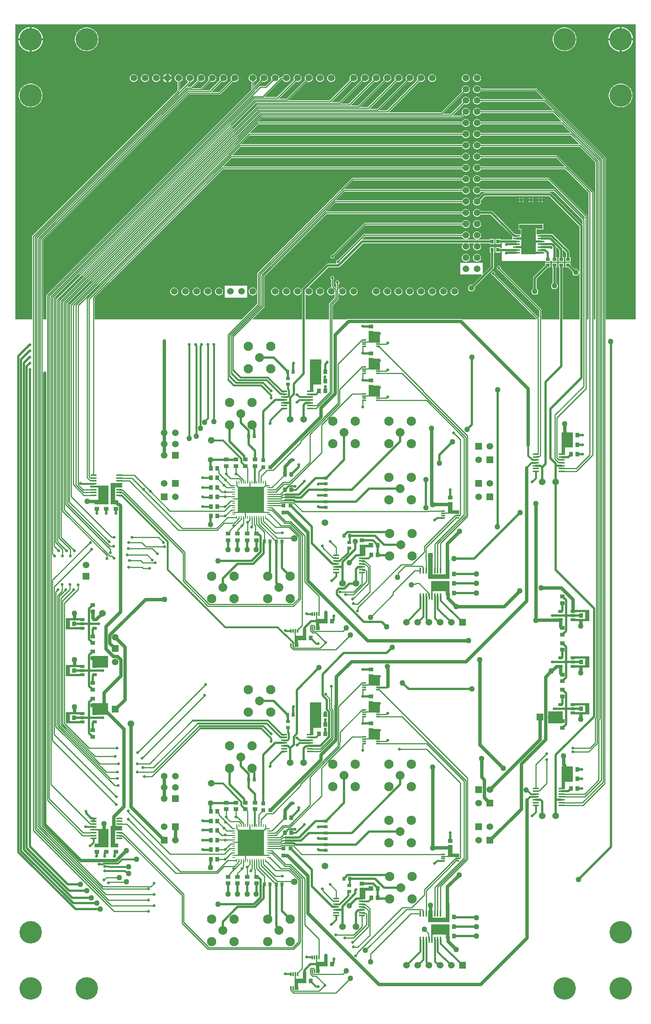
<source format=gbr>
%FSTAX23Y23*%
%MOIN*%
%SFA1B1*%

%IPPOS*%
%AMD47*
4,1,8,0.019700,-0.009800,0.019700,0.009800,0.017700,0.011800,-0.017700,0.011800,-0.019700,0.009800,-0.019700,-0.009800,-0.017700,-0.011800,0.017700,-0.011800,0.019700,-0.009800,0.0*
1,1,0.004016,0.017700,-0.009800*
1,1,0.004016,0.017700,0.009800*
1,1,0.004016,-0.017700,0.009800*
1,1,0.004016,-0.017700,-0.009800*
%
%ADD11C,0.010000*%
%ADD14C,0.020000*%
%ADD20R,0.062992X0.013780*%
%ADD38O,0.029528X0.009842*%
%ADD39O,0.009842X0.029528*%
%ADD40R,0.233858X0.233858*%
%ADD41R,0.041339X0.037402*%
%ADD42R,0.037402X0.031496*%
%ADD43R,0.031496X0.037402*%
%ADD44R,0.058071X0.017716*%
%ADD45R,0.037402X0.041339*%
%ADD46R,0.033465X0.011811*%
G04~CAMADD=47~8~0.0~0.0~236.2~393.7~20.1~0.0~15~0.0~0.0~0.0~0.0~0~0.0~0.0~0.0~0.0~0~0.0~0.0~0.0~270.0~394.0~236.0*
%ADD47D47*%
%ADD48R,0.017716X0.058071*%
%ADD49R,0.011811X0.033465*%
%ADD50R,0.035433X0.035433*%
%ADD51R,0.035433X0.035433*%
%ADD52C,0.015000*%
%ADD53C,0.030000*%
%ADD54C,0.200000*%
%ADD55C,0.059055*%
%ADD56C,0.082677*%
%ADD57R,0.059055X0.059055*%
%ADD58C,0.078740*%
%ADD59R,0.059055X0.059055*%
%ADD60C,0.025000*%
%ADD61C,0.050000*%
%LNcfd_2channel_copper_signal_top-1*%
%LPD*%
G36*
X05544Y06105D02*
X05277D01*
Y07542*
X05276Y07546*
X05274Y07549*
X04667Y08157*
X04663Y08159*
X0466Y0816*
X04164*
X04162Y08168*
X04157Y08176*
X04151Y08182*
X04143Y08187*
X04134Y08189*
X04125*
X04116Y08187*
X04108Y08182*
X04102Y08176*
X04097Y08168*
X04095Y08159*
Y0815*
X04097Y08141*
X04102Y08133*
X04108Y08127*
X04116Y08122*
X04125Y0812*
X04134*
X04143Y08122*
X04151Y08127*
X04157Y08133*
X04161Y08139*
X04655*
X0473Y08065*
X04163*
X04162Y08068*
X04157Y08076*
X04151Y08082*
X04143Y08087*
X04134Y08089*
X04125*
X04116Y08087*
X04108Y08082*
X04102Y08076*
X04097Y08068*
X04095Y08059*
Y0805*
X04097Y08041*
X04102Y08033*
X04108Y08027*
X04116Y08022*
X04125Y0802*
X04134*
X04143Y08022*
X04151Y08027*
X04157Y08033*
X04162Y08041*
X04163Y08044*
X04729*
X04809Y07965*
X04163*
X04162Y07968*
X04157Y07976*
X04151Y07982*
X04143Y07987*
X04134Y07989*
X04125*
X04116Y07987*
X04108Y07982*
X04102Y07976*
X04097Y07968*
X04095Y07959*
Y0795*
X04097Y07941*
X04102Y07933*
X04108Y07927*
X04116Y07922*
X04125Y0792*
X04134*
X04143Y07922*
X04151Y07927*
X04157Y07933*
X04162Y07941*
X04163Y07944*
X04808*
X04887Y07865*
X04163*
X04162Y07868*
X04157Y07876*
X04151Y07882*
X04143Y07887*
X04134Y07889*
X04125*
X04116Y07887*
X04108Y07882*
X04102Y07876*
X04097Y07868*
X04095Y07859*
Y0785*
X04097Y07841*
X04102Y07833*
X04108Y07827*
X04116Y07822*
X04125Y0782*
X04134*
X04143Y07822*
X04151Y07827*
X04157Y07833*
X04162Y07841*
X04163Y07844*
X04887*
X04966Y07765*
X04163*
X04162Y07768*
X04157Y07776*
X04151Y07782*
X04143Y07787*
X04134Y07789*
X04125*
X04116Y07787*
X04108Y07782*
X04102Y07776*
X04097Y07768*
X04095Y07759*
Y0775*
X04097Y07741*
X04102Y07733*
X04108Y07727*
X04116Y07722*
X04125Y0772*
X04134*
X04143Y07722*
X04151Y07727*
X04157Y07733*
X04162Y07741*
X04163Y07744*
X04965*
X05045Y07665*
X04163*
X04162Y07668*
X04157Y07676*
X04151Y07682*
X04143Y07687*
X04134Y07689*
X04125*
X04116Y07687*
X04108Y07682*
X04102Y07676*
X04097Y07668*
X04095Y07659*
Y0765*
X04097Y07641*
X04102Y07633*
X04108Y07627*
X04116Y07622*
X04125Y0762*
X04134*
X04143Y07622*
X04151Y07627*
X04157Y07633*
X04162Y07641*
X04163Y07644*
X05044*
X05182Y07507*
Y06969*
Y06105*
X0517*
Y07236*
X05169Y0724*
X05167Y07243*
X04848Y07562*
X04845Y07564*
X04841Y07565*
X04163*
X04162Y07568*
X04157Y07576*
X04151Y07582*
X04143Y07587*
X04134Y07589*
X04125*
X04116Y07587*
X04108Y07582*
X04102Y07576*
X04097Y07568*
X04095Y07559*
Y0755*
X04097Y07541*
X04102Y07533*
X04108Y07527*
X04116Y07522*
X04125Y0752*
X04134*
X04143Y07522*
X04151Y07527*
X04157Y07533*
X04162Y07541*
X04163Y07544*
X04836*
X04916Y07465*
X04163*
X04162Y07468*
X04157Y07476*
X04151Y07482*
X04143Y07487*
X04134Y07489*
X04125*
X04116Y07487*
X04108Y07482*
X04102Y07476*
X04097Y07468*
X04095Y07459*
Y0745*
X04097Y07441*
X04102Y07433*
X04108Y07427*
X04116Y07422*
X04125Y0742*
X04134*
X04143Y07422*
X04151Y07427*
X04157Y07433*
X04162Y07441*
X04163Y07444*
X04915*
X05124Y07235*
Y06105*
X0511*
Y07025*
X05109Y07028*
X05107Y07032*
X04777Y07362*
X04773Y07364*
X0477Y07365*
X04163*
X04162Y07368*
X04157Y07376*
X04151Y07382*
X04143Y07387*
X04134Y07389*
X04125*
X04116Y07387*
X04108Y07382*
X04102Y07376*
X04097Y07368*
X04095Y07359*
Y0735*
X04097Y07341*
X04102Y07333*
X04108Y07327*
X04116Y07322*
X04125Y0732*
X04134*
X04143Y07322*
X04151Y07327*
X04157Y07333*
X04162Y07341*
X04163Y07344*
X04765*
X05089Y0702*
Y07006*
X05084Y07004*
X04827Y07262*
X04823Y07264*
X0482Y07265*
X04163*
X04162Y07268*
X04157Y07276*
X04151Y07282*
X04143Y07287*
X04134Y07289*
X04125*
X04116Y07287*
X04108Y07282*
X04102Y07276*
X04097Y07268*
X04095Y07259*
Y0725*
X04097Y07241*
X04102Y07233*
X04108Y07227*
X04116Y07222*
X04125Y0722*
X04134*
X04143Y07222*
X04151Y07227*
X04157Y07233*
X04162Y07241*
X04163Y07244*
X04815*
X05069Y0699*
Y06951*
X0479Y0723*
X04785Y07234*
X0478Y07235*
X04195*
X04189Y07234*
X04184Y0723*
X04141Y07187*
X04134Y07189*
X04125*
X04116Y07187*
X04108Y07182*
X04102Y07176*
X04097Y07168*
X04095Y07159*
Y0715*
X04097Y07141*
X04102Y07133*
X04108Y07127*
X04116Y07122*
X04125Y0712*
X04134*
X04143Y07122*
X04151Y07127*
X04157Y07133*
X04162Y07141*
X04164Y0715*
Y07159*
X04162Y07166*
X04201Y07204*
X04773*
X05044Y06933*
Y0653*
X05039Y0653*
X05037Y06536*
X05034Y06543*
X05028Y06549*
X05021Y06552*
X05013Y06555*
X05006*
X05Y06553*
X04963Y0659*
Y0661*
X04916*
Y06568*
X04942*
X0498Y0653*
X0498Y06528*
Y06521*
X04982Y06513*
X04985Y06506*
X04991Y065*
X04998Y06497*
X05006Y06495*
X05013*
X05021Y06497*
X05028Y065*
X05034Y06506*
X05037Y06513*
X05039Y06519*
X05044Y06519*
Y06105*
X04895*
Y06568*
X04903*
Y0661*
X04856*
Y06568*
X04864*
Y06105*
X04703*
Y06191*
Y06191*
X04702Y06195*
X047Y06198*
X04341Y06558*
X04342Y06561*
Y06568*
X04339Y06574*
X04334Y06579*
X04328Y06582*
X04321*
X04315Y06579*
X0431Y06574*
X04307Y06568*
Y06561*
X0431Y06555*
X04315Y0655*
X04321Y06547*
X04323*
X04683Y06187*
Y06123*
X04678Y06121*
X04289Y06509*
X04291Y06512*
Y06519*
X04288Y06526*
X04283Y06531*
X04277Y06533*
X0427*
X04263Y06531*
X04259Y06526*
X04256Y06519*
Y06512*
X04259Y06506*
X04263Y06501*
X0427Y06498*
X04271*
X0466Y0611*
X04658Y06105*
X03998*
X03992Y06108*
X03985Y0611*
X02985*
X02977Y06108*
X02971Y06105*
X02845*
Y06234*
X02892Y06281*
X02894Y06284*
X02895Y06288*
Y06336*
X029Y06337*
X02902Y06333*
X02908Y06327*
X02916Y06322*
X02925Y0632*
X02934*
X02943Y06322*
X02951Y06327*
X02957Y06333*
X02962Y06341*
X02964Y0635*
Y06359*
X02962Y06368*
X02957Y06376*
X02951Y06382*
X02943Y06387*
X02934Y06389*
X02925*
X02916Y06387*
X02908Y06382*
X02902Y06376*
X029Y06372*
X02895Y06373*
Y0642*
X02899Y06425*
X02902Y06431*
Y06438*
X02899Y06444*
X02894Y06449*
X02888Y06452*
X02881*
X02875Y06449*
X0287Y06444*
X02867Y06438*
Y06431*
X0287Y06425*
X02874Y0642*
Y0638*
X0285Y06405*
Y0646*
X02854Y06465*
X02857Y06471*
Y06478*
X02854Y06484*
X02849Y06489*
X02843Y06492*
X02836*
X0283Y06489*
X02825Y06484*
X02822Y06478*
Y06471*
X02825Y06465*
X02829Y0646*
Y064*
X0283Y06396*
X02832Y06394*
X02831Y06391*
X02829Y06389*
X02825*
X02816Y06387*
X02808Y06382*
X02802Y06376*
X02797Y06368*
X02795Y06359*
Y0635*
X02797Y06341*
X02802Y06333*
X02808Y06327*
X02816Y06322*
X02825Y0632*
X02834*
X02843Y06322*
X02851Y06327*
X02854Y0633*
X02859Y06328*
Y06298*
X02812Y06252*
X0281Y06248*
X02809Y06245*
Y06105*
X026*
Y06328*
X02605Y0633*
X02608Y06327*
X02616Y06322*
X02625Y0632*
X02634*
X02643Y06322*
X02651Y06327*
X02657Y06333*
X02662Y06341*
X02664Y0635*
Y06359*
X02662Y06368*
X02657Y06376*
X02651Y06382*
X02643Y06387*
X02634Y06389*
X0263*
X02628Y06394*
X02805Y06571*
X02895*
X02901Y06572*
X02906Y06575*
X03115Y06784*
X04003*
X04005Y06779*
X04002Y06776*
X03997Y06768*
X03995Y06759*
Y0675*
X03997Y06741*
X04002Y06733*
X04008Y06727*
X04016Y06722*
X04025Y0672*
X04034*
X04043Y06722*
X04051Y06727*
X04057Y06733*
X04062Y06741*
X04064Y0675*
Y06759*
X04062Y06768*
X04057Y06776*
X04054Y06779*
X04056Y06784*
X04103*
X04105Y06779*
X04102Y06776*
X04097Y06768*
X04095Y06759*
Y0675*
X04097Y06741*
X04102Y06733*
X04108Y06727*
X04116Y06722*
X04125Y0672*
X04134*
X04143Y06722*
X04151Y06727*
X04157Y06733*
X04162Y06741*
X04164Y0675*
Y06759*
X04162Y06768*
X04157Y06776*
X04154Y06779*
X04156Y06784*
X04243*
Y06776*
X04285*
Y06823*
X04243*
Y06815*
X03108*
X03106Y06814*
X03103Y06819*
X03129Y06844*
X03996*
X03997Y06841*
X04002Y06833*
X04008Y06827*
X04016Y06822*
X04025Y0682*
X04034*
X04043Y06822*
X04051Y06827*
X04057Y06833*
X04062Y06841*
X04064Y0685*
Y06859*
X04062Y06868*
X04057Y06876*
X04051Y06882*
X04043Y06887*
X04034Y06889*
X04025*
X04016Y06887*
X04008Y06882*
X04002Y06876*
X03997Y06868*
X03996Y06865*
X03125*
X03121Y06864*
X03117Y06862*
X02893Y06637*
X02886*
X0288Y06634*
X02875Y06629*
X02872Y06623*
Y06616*
X02875Y0661*
X02878Y06607*
X02876Y06602*
X02798*
X02792Y066*
X02787Y06597*
X02574Y06384*
X02571Y06379*
X0257Y06373*
Y06105*
X02122*
X02232Y06215*
X02234Y06218*
X02235Y06222*
Y0649*
X02789Y07044*
X03996*
X03997Y07041*
X04002Y07033*
X04008Y07027*
X04016Y07022*
X04025Y0702*
X04034*
X04043Y07022*
X04051Y07027*
X04057Y07033*
X04062Y07041*
X04064Y0705*
Y07059*
X04062Y07068*
X04057Y07076*
X04051Y07082*
X04043Y07087*
X04034Y07089*
X04025*
X04016Y07087*
X04008Y07082*
X04002Y07076*
X03997Y07068*
X03996Y07065*
X02788*
X02868Y07144*
X03996*
X03997Y07141*
X04002Y07133*
X04008Y07127*
X04016Y07122*
X04025Y0712*
X04034*
X04043Y07122*
X04051Y07127*
X04057Y07133*
X04062Y07141*
X04064Y0715*
Y07159*
X04062Y07168*
X04057Y07176*
X04051Y07182*
X04043Y07187*
X04034Y07189*
X04025*
X04016Y07187*
X04008Y07182*
X04002Y07176*
X03997Y07168*
X03996Y07165*
X02867*
X02946Y07244*
X03996*
X03997Y07241*
X04002Y07233*
X04008Y07227*
X04016Y07222*
X04025Y0722*
X04034*
X04043Y07222*
X04051Y07227*
X04057Y07233*
X04062Y07241*
X04064Y0725*
Y07259*
X04062Y07268*
X04057Y07276*
X04051Y07282*
X04043Y07287*
X04034Y07289*
X04025*
X04016Y07287*
X04008Y07282*
X04002Y07276*
X03997Y07268*
X03996Y07265*
X02945*
X03025Y07344*
X03996*
X03997Y07341*
X04002Y07333*
X04008Y07327*
X04016Y07322*
X04025Y0732*
X04034*
X04043Y07322*
X04051Y07327*
X04057Y07333*
X04062Y07341*
X04064Y0735*
Y07359*
X04062Y07368*
X04057Y07376*
X04051Y07382*
X04043Y07387*
X04034Y07389*
X04025*
X04016Y07387*
X04008Y07382*
X04002Y07376*
X03997Y07368*
X03996Y07365*
X03021*
X03017Y07364*
X03014Y07362*
X02172Y0652*
X0217Y06517*
X02169Y06513*
Y06245*
X02029Y06105*
X00719*
Y063*
X01864Y07444*
X03996*
X03997Y07441*
X04002Y07433*
X04008Y07427*
X04016Y07422*
X04025Y0742*
X04034*
X04043Y07422*
X04051Y07427*
X04057Y07433*
X04062Y07441*
X04064Y0745*
Y07459*
X04062Y07468*
X04057Y07476*
X04051Y07482*
X04043Y07487*
X04034Y07489*
X04025*
X04016Y07487*
X04008Y07482*
X04002Y07476*
X03997Y07468*
X03996Y07465*
X01863*
X01943Y07544*
X03996*
X03997Y07541*
X04002Y07533*
X04008Y07527*
X04016Y07522*
X04025Y0752*
X04034*
X04043Y07522*
X04051Y07527*
X04057Y07533*
X04062Y07541*
X04064Y0755*
Y07559*
X04062Y07568*
X04057Y07576*
X04051Y07582*
X04043Y07587*
X04034Y07589*
X04025*
X04016Y07587*
X04008Y07582*
X04002Y07576*
X03997Y07568*
X03996Y07565*
X01942*
X02021Y07644*
X03996*
X03997Y07641*
X04002Y07633*
X04008Y07627*
X04016Y07622*
X04025Y0762*
X04034*
X04043Y07622*
X04051Y07627*
X04057Y07633*
X04062Y07641*
X04064Y0765*
Y07659*
X04062Y07668*
X04057Y07676*
X04051Y07682*
X04043Y07687*
X04034Y07689*
X04025*
X04016Y07687*
X04008Y07682*
X04002Y07676*
X03997Y07668*
X03996Y07665*
X0202*
X021Y07744*
X03996*
X03997Y07741*
X04002Y07733*
X04008Y07727*
X04016Y07722*
X04025Y0772*
X04034*
X04043Y07722*
X04051Y07727*
X04057Y07733*
X04062Y07741*
X04064Y0775*
Y07759*
X04062Y07768*
X04057Y07776*
X04051Y07782*
X04043Y07787*
X04034Y07789*
X04025*
X04016Y07787*
X04008Y07782*
X04002Y07776*
X03997Y07768*
X03996Y07765*
X02099*
X02179Y07844*
X03996*
X03997Y07841*
X04002Y07833*
X04008Y07827*
X04016Y07822*
X04025Y0782*
X04034*
X04043Y07822*
X04051Y07827*
X04057Y07833*
X04062Y07841*
X04064Y0785*
Y07859*
X04062Y07868*
X04057Y07876*
X04051Y07882*
X04043Y07887*
X04034Y07889*
X04025*
X04016Y07887*
X04008Y07882*
X04002Y07876*
X03997Y07868*
X03996Y07865*
X02178*
X02213Y07899*
X03985*
X03988Y079*
X03992Y07902*
X04013Y07924*
X04016Y07922*
X04025Y0792*
X04034*
X04043Y07922*
X04051Y07927*
X04057Y07933*
X04062Y07941*
X04064Y0795*
Y07959*
X04062Y07968*
X04057Y07976*
X04051Y07982*
X04043Y07987*
X04034Y07989*
X04025*
X04016Y07987*
X04008Y07982*
X04002Y07976*
X03997Y07968*
X03995Y07959*
Y0795*
X03997Y07941*
X03999Y07938*
X0398Y0792*
X03909*
X04013Y08024*
X04016Y08022*
X04025Y0802*
X04034*
X04043Y08022*
X04051Y08027*
X04057Y08033*
X04062Y08041*
X04064Y0805*
Y08059*
X04062Y08068*
X04057Y08076*
X04051Y08082*
X04043Y08087*
X04034Y08089*
X04025*
X04016Y08087*
X04008Y08082*
X04002Y08076*
X03997Y08068*
X03995Y08059*
Y0805*
X03997Y08041*
X03999Y08038*
X03895Y07935*
X03824*
X04013Y08124*
X04016Y08122*
X04025Y0812*
X04034*
X04043Y08122*
X04051Y08127*
X04057Y08133*
X04062Y08141*
X04064Y0815*
Y08159*
X04062Y08168*
X04057Y08176*
X04051Y08182*
X04043Y08187*
X04034Y08189*
X04025*
X04016Y08187*
X04008Y08182*
X04002Y08176*
X03997Y08168*
X03995Y08159*
Y0815*
X03997Y08141*
X03999Y08138*
X0381Y0795*
X03339*
X03613Y08224*
X03616Y08222*
X03625Y0822*
X03634*
X03643Y08222*
X03651Y08227*
X03657Y08233*
X03662Y08241*
X03664Y0825*
Y08259*
X03662Y08268*
X03657Y08276*
X03651Y08282*
X03643Y08287*
X03634Y08289*
X03625*
X03616Y08287*
X03608Y08282*
X03602Y08276*
X03597Y08268*
X03595Y08259*
Y0825*
X03597Y08241*
X03599Y08238*
X03325Y07965*
X03254*
X03513Y08224*
X03516Y08222*
X03525Y0822*
X03534*
X03543Y08222*
X03551Y08227*
X03557Y08233*
X03562Y08241*
X03564Y0825*
Y08259*
X03562Y08268*
X03557Y08276*
X03551Y08282*
X03543Y08287*
X03534Y08289*
X03525*
X03516Y08287*
X03508Y08282*
X03502Y08276*
X03497Y08268*
X03495Y08259*
Y0825*
X03497Y08241*
X03499Y08238*
X0324Y0798*
X03169*
X03413Y08224*
X03416Y08222*
X03425Y0822*
X03434*
X03443Y08222*
X03451Y08227*
X03457Y08233*
X03462Y08241*
X03464Y0825*
Y08259*
X03462Y08268*
X03457Y08276*
X03451Y08282*
X03443Y08287*
X03434Y08289*
X03425*
X03416Y08287*
X03408Y08282*
X03402Y08276*
X03397Y08268*
X03395Y08259*
Y0825*
X03397Y08241*
X03399Y08238*
X03155Y07995*
X03084*
X03313Y08224*
X03316Y08222*
X03325Y0822*
X03334*
X03343Y08222*
X03351Y08227*
X03357Y08233*
X03362Y08241*
X03364Y0825*
Y08259*
X03362Y08268*
X03357Y08276*
X03351Y08282*
X03343Y08287*
X03334Y08289*
X03325*
X03316Y08287*
X03308Y08282*
X03302Y08276*
X03297Y08268*
X03295Y08259*
Y0825*
X03297Y08241*
X03299Y08238*
X0307Y0801*
X02999*
X03213Y08224*
X03216Y08222*
X03225Y0822*
X03234*
X03243Y08222*
X03251Y08227*
X03257Y08233*
X03262Y08241*
X03264Y0825*
Y08259*
X03262Y08268*
X03257Y08276*
X03251Y08282*
X03243Y08287*
X03234Y08289*
X03225*
X03216Y08287*
X03208Y08282*
X03202Y08276*
X03197Y08268*
X03195Y08259*
Y0825*
X03197Y08241*
X03199Y08238*
X02985Y08025*
X02914*
X03113Y08224*
X03116Y08222*
X03125Y0822*
X03134*
X03143Y08222*
X03151Y08227*
X03157Y08233*
X03162Y08241*
X03164Y0825*
Y08259*
X03162Y08268*
X03157Y08276*
X03151Y08282*
X03143Y08287*
X03134Y08289*
X03125*
X03116Y08287*
X03108Y08282*
X03102Y08276*
X03097Y08268*
X03095Y08259*
Y0825*
X03097Y08241*
X03099Y08238*
X029Y0804*
X02829*
X03013Y08224*
X03016Y08222*
X03025Y0822*
X03034*
X03043Y08222*
X03051Y08227*
X03057Y08233*
X03062Y08241*
X03064Y0825*
Y08259*
X03062Y08268*
X03057Y08276*
X03051Y08282*
X03043Y08287*
X03034Y08289*
X03025*
X03016Y08287*
X03008Y08282*
X03002Y08276*
X02997Y08268*
X02995Y08259*
Y0825*
X02997Y08241*
X02999Y08238*
X02815Y08055*
X02444*
X02613Y08224*
X02616Y08222*
X02625Y0822*
X02634*
X02643Y08222*
X02651Y08227*
X02657Y08233*
X02662Y08241*
X02664Y0825*
Y08259*
X02662Y08268*
X02657Y08276*
X02651Y08282*
X02643Y08287*
X02634Y08289*
X02625*
X02616Y08287*
X02608Y08282*
X02602Y08276*
X02597Y08268*
X02595Y08259*
Y0825*
X02597Y08241*
X02599Y08238*
X0243Y0807*
X02359*
X02513Y08224*
X02516Y08222*
X02525Y0822*
X02534*
X02543Y08222*
X02551Y08227*
X02557Y08233*
X02562Y08241*
X02564Y0825*
Y08259*
X02562Y08268*
X02557Y08276*
X02551Y08282*
X02543Y08287*
X02534Y08289*
X02525*
X02516Y08287*
X02508Y08282*
X02502Y08276*
X02497Y08268*
X02495Y08259*
Y0825*
X02497Y08241*
X02499Y08238*
X02345Y08085*
X0223*
X02389Y08244*
X02397*
X02397Y08241*
X02402Y08233*
X02408Y08227*
X02416Y08222*
X02425Y0822*
X02434*
X02443Y08222*
X02451Y08227*
X02457Y08233*
X02462Y08241*
X02464Y0825*
Y08259*
X02462Y08268*
X02457Y08276*
X02451Y08282*
X02443Y08287*
X02434Y08289*
X02425*
X02416Y08287*
X02408Y08282*
X02402Y08276*
X02397Y08268*
X02396Y08264*
X02385*
X02381Y08263*
X02378Y08261*
X02369Y08253*
X02364Y08255*
Y08259*
X02362Y08268*
X02357Y08276*
X02351Y08282*
X02343Y08287*
X02334Y08289*
X02325*
X02316Y08287*
X02308Y08282*
X02302Y08276*
X02297Y08268*
X02295Y08259*
Y0825*
X02297Y08241*
X02299Y08238*
X02244Y08184*
X02197*
X02193Y08183*
X02189Y08181*
X02155Y08146*
Y08165*
X02213Y08224*
X02216Y08222*
X02225Y0822*
X02234*
X02243Y08222*
X02251Y08227*
X02257Y08233*
X02262Y08241*
X02264Y0825*
Y08259*
X02262Y08268*
X02257Y08276*
X02251Y08282*
X02243Y08287*
X02234Y08289*
X02225*
X02216Y08287*
X02208Y08282*
X02202Y08276*
X02197Y08268*
X02195Y08259*
Y0825*
X02197Y08241*
X02199Y08238*
X0214Y08179*
Y08221*
X02143Y08222*
X02151Y08227*
X02157Y08233*
X02162Y08241*
X02164Y0825*
Y08259*
X02162Y08268*
X02157Y08276*
X02151Y08282*
X02143Y08287*
X02134Y08289*
X02125*
X02116Y08287*
X02108Y08282*
X02102Y08276*
X02097Y08268*
X02095Y08259*
Y0825*
X02097Y08241*
X02102Y08233*
X02108Y08227*
X02116Y08222*
X02119Y08221*
Y08153*
X00292Y06326*
X0029Y06323*
X00289Y06319*
Y06284*
Y06105*
X0026*
Y06809*
X0156Y08109*
X01835*
X01838Y0811*
X01842Y08112*
X01953Y08224*
X01956Y08222*
X01965Y0822*
X01974*
X01983Y08222*
X01991Y08227*
X01997Y08233*
X02002Y08241*
X02004Y0825*
Y08259*
X02002Y08268*
X01997Y08276*
X01991Y08282*
X01983Y08287*
X01974Y08289*
X01965*
X01956Y08287*
X01948Y08282*
X01942Y08276*
X01937Y08268*
X01935Y08259*
Y0825*
X01937Y08241*
X01939Y08238*
X0183Y0813*
X01759*
X01853Y08224*
X01856Y08222*
X01865Y0822*
X01874*
X01883Y08222*
X01891Y08227*
X01897Y08233*
X01902Y08241*
X01904Y0825*
Y08259*
X01902Y08268*
X01897Y08276*
X01891Y08282*
X01883Y08287*
X01874Y08289*
X01865*
X01856Y08287*
X01848Y08282*
X01842Y08276*
X01837Y08268*
X01835Y08259*
Y0825*
X01837Y08241*
X01839Y08238*
X01745Y08145*
X01674*
X01753Y08224*
X01756Y08222*
X01765Y0822*
X01774*
X01783Y08222*
X01791Y08227*
X01797Y08233*
X01802Y08241*
X01804Y0825*
Y08259*
X01802Y08268*
X01797Y08276*
X01791Y08282*
X01783Y08287*
X01774Y08289*
X01765*
X01756Y08287*
X01748Y08282*
X01742Y08276*
X01737Y08268*
X01735Y08259*
Y0825*
X01737Y08241*
X01739Y08238*
X01662Y08162*
X01591*
X01653Y08224*
X01656Y08222*
X01665Y0822*
X01674*
X01683Y08222*
X01691Y08227*
X01697Y08233*
X01702Y08241*
X01704Y0825*
Y08259*
X01702Y08268*
X01697Y08276*
X01691Y08282*
X01683Y08287*
X01674Y08289*
X01665*
X01656Y08287*
X01648Y08282*
X01642Y08276*
X01637Y08268*
X01635Y08259*
Y0825*
X01637Y08241*
X01639Y08238*
X01577Y08177*
X01543*
X01574Y08209*
X01576Y08212*
X01577Y08216*
Y08221*
X01583Y08222*
X01591Y08227*
X01597Y08233*
X01602Y08241*
X01604Y0825*
Y08259*
X01602Y08268*
X01597Y08276*
X01591Y08282*
X01583Y08287*
X01574Y08289*
X01565*
X01556Y08287*
X01548Y08282*
X01542Y08276*
X01537Y08268*
X01535Y08259*
Y0825*
X01537Y08241*
X01542Y08233*
X01548Y08227*
X01554Y08224*
X01555Y08218*
X01555Y08218*
X0148Y08143*
Y08221*
X01483Y08222*
X01491Y08227*
X01497Y08233*
X01502Y08241*
X01504Y0825*
Y08259*
X01502Y08268*
X01497Y08276*
X01491Y08282*
X01483Y08287*
X01474Y08289*
X01465*
X01456Y08287*
X01448Y08282*
X01442Y08276*
X01437Y08268*
X01435Y08259*
Y0825*
X01437Y08241*
X01442Y08233*
X01448Y08227*
X01456Y08222*
X01459Y08221*
Y08144*
X01432Y08117*
X00167Y06852*
X00165Y06848*
X00164Y06844*
Y06105*
X00015*
Y08734*
X05544*
Y06105*
G37*
G36*
X03265Y0593D02*
Y059D01*
X03105*
Y0591*
X03165*
Y05995*
X03265*
Y0593*
G37*
G36*
Y0569D02*
Y0566D01*
X03105*
Y0567*
X03165*
Y05755*
X03265*
Y0569*
G37*
G36*
X0274Y05525D02*
X0267D01*
Y0546*
X0264*
Y0575*
X0274*
Y05525*
G37*
G36*
X03265Y0545D02*
Y0542D01*
X03105*
Y0543*
X03165*
Y05515*
X03265*
Y0545*
G37*
G36*
X04985Y04965D02*
X04915D01*
Y049*
X04885*
Y051*
X04985*
Y04965*
G37*
G36*
X00965Y0461D02*
X00905D01*
Y04495*
X0093*
Y0446*
X00865*
Y0465*
X00965*
Y0461*
G37*
G36*
X00845Y0446D02*
X0072D01*
Y04495*
X00755*
Y0461*
X0068*
Y04625*
X00845*
Y0446*
G37*
G36*
X0391Y04405D02*
X0397D01*
Y04375*
X0381*
Y04385*
X0387*
Y0448*
X0391*
Y04405*
G37*
G36*
X03205Y04075D02*
X03135D01*
Y04*
X03085*
Y041*
X03165*
Y04115*
X03205*
Y04075*
G37*
G36*
X03735Y03835D02*
X0385D01*
Y03965*
X03885*
Y03795*
X03695*
Y04025*
X03735*
Y03835*
G37*
G36*
X03885Y0365D02*
X0385D01*
Y03685*
X03735*
Y0361*
X0372*
Y03775*
X03885*
Y0365*
G37*
G36*
X0513Y0342D02*
X04965D01*
Y0344*
X05095*
Y035*
X04965*
Y0352*
X0513*
Y0342*
G37*
G36*
X0063Y03425D02*
X005D01*
Y03365*
X0063*
Y03345*
X00465*
Y03445*
X0063*
Y03425*
G37*
G36*
X02705Y0344D02*
X02775D01*
Y034*
X02725*
Y0334*
X02695*
Y035*
X02705*
Y0344*
G37*
G36*
X02515Y0329D02*
X02585D01*
Y0325*
X02535*
Y0319*
X02505*
Y0335*
X02515*
Y0329*
G37*
G36*
X0513Y03005D02*
X04965D01*
Y03025*
X05095*
Y03085*
X04965*
Y03105*
X0513*
Y03005*
G37*
G36*
X0084D02*
X007D01*
Y0311*
X0084*
Y03005*
G37*
G36*
X0063Y0301D02*
X005D01*
Y0295*
X0063*
Y0293*
X00465*
Y0303*
X0063*
Y0301*
G37*
G36*
X03265Y02875D02*
Y02845D01*
X03105*
Y02855*
X03165*
Y0294*
X03265*
Y02875*
G37*
G36*
Y02635D02*
Y02605D01*
X03105*
Y02615*
X03165*
Y027*
X03265*
Y02635*
G37*
G36*
X0513Y0259D02*
X04965D01*
Y0261*
X05095*
Y0267*
X04965*
Y0269*
X0513*
Y0259*
G37*
G36*
X0084Y02585D02*
X007D01*
Y0269*
X0084*
Y02585*
G37*
G36*
X04895Y0251D02*
X04765D01*
Y02615*
X04895*
Y0251*
G37*
G36*
X0063Y0259D02*
X005D01*
Y0253*
X0063*
Y0251*
X00465*
Y0261*
X0063*
Y0259*
G37*
G36*
X0274Y0247D02*
X0267D01*
Y02405*
X0264*
Y02695*
X0274*
Y0247*
G37*
G36*
X03265Y02395D02*
Y02365D01*
X03105*
Y02375*
X03165*
Y0246*
X03265*
Y02395*
G37*
G36*
X04985Y0199D02*
X04915D01*
Y01925*
X04885*
Y02125*
X04985*
Y0199*
G37*
G36*
X00965Y01555D02*
X00905D01*
Y0144*
X0093*
Y01405*
X00865*
Y01595*
X00965*
Y01555*
G37*
G36*
X00845Y01405D02*
X0072D01*
Y0144*
X00755*
Y01555*
X0068*
Y0157*
X00845*
Y01405*
G37*
G36*
X0391Y0135D02*
X0397D01*
Y0132*
X0381*
Y0133*
X0387*
Y01425*
X0391*
Y0135*
G37*
G36*
X03205Y0102D02*
X03135D01*
Y00945*
X03085*
Y01045*
X03165*
Y0106*
X03205*
Y0102*
G37*
G36*
X03885Y0074D02*
X03695D01*
Y0084*
X03735*
Y0078*
X0385*
Y0091*
X03885*
Y0074*
G37*
G36*
Y00595D02*
X0385D01*
Y0063*
X03735*
Y00555*
X0372*
Y0072*
X03885*
Y00595*
G37*
G36*
X02705Y00385D02*
X02775D01*
Y00345*
X02725*
Y00285*
X02695*
Y00445*
X02705*
Y00385*
G37*
G36*
X02515Y00235D02*
X02585D01*
Y00195*
X02535*
Y00135*
X02505*
Y00295*
X02515*
Y00235*
G37*
%LNcfd_2channel_copper_signal_top-2*%
%LPC*%
G36*
X0542Y08709D02*
Y0861D01*
X05519*
X05517Y08625*
X05511Y08642*
X05504Y08657*
X05493Y08671*
X05481Y08683*
X05467Y08694*
X05452Y08701*
X05435Y08707*
X0542Y08709*
G37*
G36*
X0016D02*
Y0861D01*
X00259*
X00257Y08625*
X00251Y08642*
X00244Y08657*
X00233Y08671*
X00221Y08683*
X00207Y08694*
X00192Y08701*
X00175Y08707*
X0016Y08709*
G37*
G36*
X054D02*
X05384Y08707D01*
X05367Y08701*
X05352Y08694*
X05338Y08683*
X05326Y08671*
X05315Y08657*
X05308Y08642*
X05302Y08625*
X053Y0861*
X054*
Y08709*
G37*
G36*
X0014D02*
X00124Y08707D01*
X00107Y08701*
X00092Y08694*
X00078Y08683*
X00066Y08671*
X00055Y08657*
X00048Y08642*
X00042Y08625*
X0004Y0861*
X0014*
Y08709*
G37*
G36*
X04918Y08705D02*
X04901D01*
X04885Y08702*
X04869Y08697*
X04854Y08689*
X04841Y0868*
X04829Y08668*
X0482Y08655*
X04812Y0864*
X04807Y08624*
X04805Y08608*
Y08591*
X04807Y08575*
X04812Y08559*
X0482Y08544*
X04829Y08531*
X04841Y08519*
X04854Y0851*
X04869Y08502*
X04885Y08497*
X04901Y08495*
X04918*
X04934Y08497*
X0495Y08502*
X04965Y0851*
X04978Y08519*
X0499Y08531*
X04999Y08544*
X05007Y08559*
X05012Y08575*
X05015Y08591*
Y08608*
X05012Y08624*
X05007Y0864*
X04999Y08655*
X0499Y08668*
X04978Y0868*
X04965Y08689*
X0495Y08697*
X04934Y08702*
X04918Y08705*
G37*
G36*
X00658D02*
X00641D01*
X00625Y08702*
X00609Y08697*
X00594Y08689*
X00581Y0868*
X00569Y08668*
X0056Y08655*
X00552Y0864*
X00547Y08624*
X00545Y08608*
Y08591*
X00547Y08575*
X00552Y08559*
X0056Y08544*
X00569Y08531*
X00581Y08519*
X00594Y0851*
X00609Y08502*
X00625Y08497*
X00641Y08495*
X00658*
X00674Y08497*
X0069Y08502*
X00705Y0851*
X00718Y08519*
X0073Y08531*
X00739Y08544*
X00747Y08559*
X00752Y08575*
X00755Y08591*
Y08608*
X00752Y08624*
X00747Y0864*
X00739Y08655*
X0073Y08668*
X00718Y0868*
X00705Y08689*
X0069Y08697*
X00674Y08702*
X00658Y08705*
G37*
G36*
X05519Y0859D02*
X0542D01*
Y0849*
X05435Y08492*
X05452Y08498*
X05467Y08505*
X05481Y08516*
X05493Y08528*
X05504Y08542*
X05511Y08557*
X05517Y08574*
X05519Y0859*
G37*
G36*
X00259D02*
X0016D01*
Y0849*
X00175Y08492*
X00192Y08498*
X00207Y08505*
X00221Y08516*
X00233Y08528*
X00244Y08542*
X00251Y08557*
X00257Y08574*
X00259Y0859*
G37*
G36*
X054D02*
X053D01*
X05302Y08574*
X05308Y08557*
X05315Y08542*
X05326Y08528*
X05338Y08516*
X05352Y08505*
X05367Y08498*
X05384Y08492*
X054Y0849*
Y0859*
G37*
G36*
X0014D02*
X0004D01*
X00042Y08574*
X00048Y08557*
X00055Y08542*
X00066Y08528*
X00078Y08516*
X00092Y08505*
X00107Y08498*
X00124Y08492*
X0014Y0849*
Y0859*
G37*
G36*
X0138Y08293D02*
Y08265D01*
X01408*
X01406Y0827*
X01401Y08279*
X01394Y08286*
X01385Y08291*
X0138Y08293*
G37*
G36*
X0136D02*
X01354Y08291D01*
X01345Y08286*
X01338Y08279*
X01333Y0827*
X01331Y08265*
X0136*
Y08293*
G37*
G36*
X04134Y08289D02*
X04125D01*
X04116Y08287*
X04108Y08282*
X04102Y08276*
X04097Y08268*
X04095Y08259*
Y0825*
X04097Y08241*
X04102Y08233*
X04108Y08227*
X04116Y08222*
X04125Y0822*
X04134*
X04143Y08222*
X04151Y08227*
X04157Y08233*
X04162Y08241*
X04164Y0825*
Y08259*
X04162Y08268*
X04157Y08276*
X04151Y08282*
X04143Y08287*
X04134Y08289*
G37*
G36*
X04034D02*
X04025D01*
X04016Y08287*
X04008Y08282*
X04002Y08276*
X03997Y08268*
X03995Y08259*
Y0825*
X03997Y08241*
X04002Y08233*
X04008Y08227*
X04016Y08222*
X04025Y0822*
X04034*
X04043Y08222*
X04051Y08227*
X04057Y08233*
X04062Y08241*
X04064Y0825*
Y08259*
X04062Y08268*
X04057Y08276*
X04051Y08282*
X04043Y08287*
X04034Y08289*
G37*
G36*
X03734D02*
X03725D01*
X03716Y08287*
X03708Y08282*
X03702Y08276*
X03697Y08268*
X03695Y08259*
Y0825*
X03697Y08241*
X03702Y08233*
X03708Y08227*
X03716Y08222*
X03725Y0822*
X03734*
X03743Y08222*
X03751Y08227*
X03757Y08233*
X03762Y08241*
X03764Y0825*
Y08259*
X03762Y08268*
X03757Y08276*
X03751Y08282*
X03743Y08287*
X03734Y08289*
G37*
G36*
X02834D02*
X02825D01*
X02816Y08287*
X02808Y08282*
X02802Y08276*
X02797Y08268*
X02795Y08259*
Y0825*
X02797Y08241*
X02802Y08233*
X02808Y08227*
X02816Y08222*
X02825Y0822*
X02834*
X02843Y08222*
X02851Y08227*
X02857Y08233*
X02862Y08241*
X02864Y0825*
Y08259*
X02862Y08268*
X02857Y08276*
X02851Y08282*
X02843Y08287*
X02834Y08289*
G37*
G36*
X02734D02*
X02725D01*
X02716Y08287*
X02708Y08282*
X02702Y08276*
X02697Y08268*
X02695Y08259*
Y0825*
X02697Y08241*
X02702Y08233*
X02708Y08227*
X02716Y08222*
X02725Y0822*
X02734*
X02743Y08222*
X02751Y08227*
X02757Y08233*
X02762Y08241*
X02764Y0825*
Y08259*
X02762Y08268*
X02757Y08276*
X02751Y08282*
X02743Y08287*
X02734Y08289*
G37*
G36*
X01274D02*
X01265D01*
X01256Y08287*
X01248Y08282*
X01242Y08276*
X01237Y08268*
X01235Y08259*
Y0825*
X01237Y08241*
X01242Y08233*
X01248Y08227*
X01256Y08222*
X01265Y0822*
X01274*
X01283Y08222*
X01291Y08227*
X01297Y08233*
X01302Y08241*
X01304Y0825*
Y08259*
X01302Y08268*
X01297Y08276*
X01291Y08282*
X01283Y08287*
X01274Y08289*
G37*
G36*
X01174D02*
X01165D01*
X01156Y08287*
X01148Y08282*
X01142Y08276*
X01137Y08268*
X01135Y08259*
Y0825*
X01137Y08241*
X01142Y08233*
X01148Y08227*
X01156Y08222*
X01165Y0822*
X01174*
X01183Y08222*
X01191Y08227*
X01197Y08233*
X01202Y08241*
X01204Y0825*
Y08259*
X01202Y08268*
X01197Y08276*
X01191Y08282*
X01183Y08287*
X01174Y08289*
G37*
G36*
X01074D02*
X01065D01*
X01056Y08287*
X01048Y08282*
X01042Y08276*
X01037Y08268*
X01035Y08259*
Y0825*
X01037Y08241*
X01042Y08233*
X01048Y08227*
X01056Y08222*
X01065Y0822*
X01074*
X01083Y08222*
X01091Y08227*
X01097Y08233*
X01102Y08241*
X01104Y0825*
Y08259*
X01102Y08268*
X01097Y08276*
X01091Y08282*
X01083Y08287*
X01074Y08289*
G37*
G36*
X01408Y08245D02*
X0138D01*
Y08216*
X01385Y08218*
X01394Y08223*
X01401Y0823*
X01406Y08239*
X01408Y08245*
G37*
G36*
X0136D02*
X01331D01*
X01333Y08239*
X01338Y0823*
X01345Y08223*
X01354Y08218*
X0136Y08216*
Y08245*
G37*
G36*
X05418Y08205D02*
X05401D01*
X05385Y08202*
X05369Y08197*
X05354Y08189*
X05341Y0818*
X05329Y08168*
X0532Y08155*
X05312Y0814*
X05307Y08124*
X05305Y08108*
Y08091*
X05307Y08075*
X05312Y08059*
X0532Y08044*
X05329Y08031*
X05341Y08019*
X05354Y0801*
X05369Y08002*
X05385Y07997*
X05401Y07995*
X05418*
X05434Y07997*
X0545Y08002*
X05465Y0801*
X05478Y08019*
X0549Y08031*
X05499Y08044*
X05507Y08059*
X05512Y08075*
X05515Y08091*
Y08108*
X05512Y08124*
X05507Y0814*
X05499Y08155*
X0549Y08168*
X05478Y0818*
X05465Y08189*
X0545Y08197*
X05434Y08202*
X05418Y08205*
G37*
G36*
X00158D02*
X00141D01*
X00125Y08202*
X00109Y08197*
X00094Y08189*
X00081Y0818*
X00069Y08168*
X0006Y08155*
X00052Y0814*
X00047Y08124*
X00045Y08108*
Y08091*
X00047Y08075*
X00052Y08059*
X0006Y08044*
X00069Y08031*
X00081Y08019*
X00094Y0801*
X00109Y08002*
X00125Y07997*
X00141Y07995*
X00158*
X00174Y07997*
X0019Y08002*
X00205Y0801*
X00218Y08019*
X0023Y08031*
X00239Y08044*
X00247Y08059*
X00252Y08075*
X00255Y08091*
Y08108*
X00252Y08124*
X00247Y0814*
X00239Y08155*
X0023Y08168*
X00218Y0818*
X00205Y08189*
X0019Y08197*
X00174Y08202*
X00158Y08205*
G37*
G36*
X04705Y0719D02*
Y0718D01*
X04715*
X04714Y07182*
X04707Y07189*
X04705Y0719*
G37*
G36*
X04685D02*
X04682Y07189D01*
X04675Y07182*
X04674Y0718*
X04685*
Y0719*
G37*
G36*
X0462D02*
Y0718D01*
X0463*
X04629Y07182*
X04622Y07189*
X0462Y0719*
G37*
G36*
X046D02*
X04597Y07189D01*
X0459Y07182*
X04589Y0718*
X046*
Y0719*
G37*
G36*
X04535D02*
Y0718D01*
X04545*
X04544Y07182*
X04537Y07189*
X04535Y0719*
G37*
G36*
X04515D02*
X04512Y07189D01*
X04505Y07182*
X04504Y0718*
X04515*
Y0719*
G37*
G36*
X04715Y0716D02*
X04705D01*
Y07149*
X04707Y0715*
X04714Y07157*
X04715Y0716*
G37*
G36*
X04685D02*
X04674D01*
X04675Y07157*
X04682Y0715*
X04685Y07149*
Y0716*
G37*
G36*
X0463D02*
X0462D01*
Y07149*
X04622Y0715*
X04629Y07157*
X0463Y0716*
G37*
G36*
X046D02*
X04589D01*
X0459Y07157*
X04597Y0715*
X046Y07149*
Y0716*
G37*
G36*
X04545D02*
X04535D01*
Y07149*
X04537Y0715*
X04544Y07157*
X04545Y0716*
G37*
G36*
X04515D02*
X04504D01*
X04505Y07157*
X04512Y0715*
X04515Y07149*
Y0716*
G37*
G36*
X04134Y06989D02*
X04125D01*
X04116Y06987*
X04108Y06982*
X04102Y06976*
X04097Y06968*
X04095Y06959*
Y0695*
X04097Y06941*
X04102Y06933*
X04108Y06927*
X04116Y06922*
X04125Y0692*
X04134*
X04143Y06922*
X04151Y06927*
X04157Y06933*
X04162Y06941*
X04164Y0695*
Y06959*
X04162Y06968*
X04157Y06976*
X04151Y06982*
X04143Y06987*
X04134Y06989*
G37*
G36*
X04034D02*
X04025D01*
X04016Y06987*
X04008Y06982*
X04002Y06976*
X03997Y06968*
X03996Y06965*
X0313*
X03126Y06964*
X03122Y06962*
X02844Y06683*
X02837*
X02831Y0668*
X02826Y06675*
X02823Y06669*
Y06662*
X02826Y06656*
X02828Y06653*
X02828Y06653*
X02828Y06653*
X02831Y06651*
X02837Y06648*
X02844*
X0285Y06651*
X02855Y06656*
X02858Y06662*
Y06669*
X03134Y06944*
X03996*
X03997Y06941*
X04002Y06933*
X04008Y06927*
X04016Y06922*
X04025Y0692*
X04034*
X04043Y06922*
X04051Y06927*
X04057Y06933*
X04062Y06941*
X04064Y0695*
Y06959*
X04062Y06968*
X04057Y06976*
X04051Y06982*
X04043Y06987*
X04034Y06989*
G37*
G36*
X04134Y07089D02*
X04125D01*
X04116Y07087*
X04108Y07082*
X04102Y07076*
X04097Y07068*
X04095Y07059*
Y0705*
X04097Y07041*
X04102Y07033*
X04108Y07027*
X04116Y07022*
X04125Y0702*
X04134*
X04143Y07022*
X04151Y07027*
X04157Y07033*
X04161Y07039*
X04251*
X04337Y06953*
Y06952*
X0434Y06946*
X04345Y06941*
X04351Y06938*
X04352*
X04443Y06848*
Y06843*
Y06839*
Y06838*
Y06815*
X04336*
Y06823*
X04294*
Y06776*
X04336*
Y06785*
X0435*
Y06739*
X04336*
Y06748*
X04294*
Y06701*
X04336*
Y06709*
X0435*
Y06625*
X04736*
Y06619*
X04783*
Y06625*
X04796*
Y06619*
X04843*
Y06661*
X04835*
Y06754*
X04864Y06725*
Y06661*
X04856*
Y06619*
X04903*
Y06661*
X04895*
Y0673*
X04924Y067*
Y06661*
X04916*
Y06619*
X04963*
Y06661*
X04955*
Y06707*
X04954Y06712*
X0495Y06717*
X04806Y06862*
X04801Y06865*
X04795Y06867*
X047*
X04694Y06865*
X04691Y06863*
X04663*
X0466Y06867*
Y06909*
X04669*
Y06907*
X0472*
Y06955*
X04715*
X04715Y06955*
X04505*
X04504Y06955*
X04499*
Y06907*
X04519*
Y06867*
X04516Y06863*
X04488*
X04485Y06865*
X04479Y06867*
X04467*
X04371Y06963*
X04369Y06966*
X04365Y06971*
X04362Y06972*
X04268Y07065*
X04264Y07069*
X04258Y0707*
X04161*
X04157Y07076*
X04151Y07082*
X04143Y07087*
X04134Y07089*
G37*
G36*
Y06889D02*
X04125D01*
X04116Y06887*
X04108Y06882*
X04102Y06876*
X04097Y06868*
X04095Y06859*
Y0685*
X04097Y06841*
X04102Y06833*
X04108Y06827*
X04116Y06822*
X04125Y0682*
X04134*
X04143Y06822*
X04151Y06827*
X04157Y06833*
X04162Y06841*
X04164Y0685*
Y06859*
X04162Y06868*
X04157Y06876*
X04151Y06882*
X04143Y06887*
X04134Y06889*
G37*
G36*
Y06689D02*
X04125D01*
X04116Y06687*
X04108Y06682*
X04102Y06676*
X04097Y06668*
X04095Y06659*
Y0665*
X04097Y06641*
X04102Y06633*
X04108Y06627*
X04116Y06622*
X04125Y0662*
X04134*
X04143Y06622*
X04151Y06627*
X04157Y06633*
X04162Y06641*
X04164Y0665*
Y06659*
X04162Y06668*
X04157Y06676*
X04151Y06682*
X04143Y06687*
X04134Y06689*
G37*
G36*
X04034D02*
X04025D01*
X04016Y06687*
X04008Y06682*
X04002Y06676*
X03997Y06668*
X03995Y06659*
Y0665*
X03997Y06641*
X04002Y06633*
X04008Y06627*
X04016Y06622*
X04025Y0662*
X04034*
X04043Y06622*
X04051Y06627*
X04057Y06633*
X04062Y06641*
X04064Y0665*
Y06659*
X04062Y06668*
X04057Y06676*
X04051Y06682*
X04043Y06687*
X04034Y06689*
G37*
G36*
X04285Y06748D02*
X04243D01*
Y06701*
X04249*
Y06575*
X04185Y06511*
X0418Y06513*
Y0661*
X0398*
Y06505*
X04171*
X04173Y065*
X04087Y06414*
X04083Y06415*
X04076*
X04068Y06412*
X04061Y06409*
X04055Y06403*
X04052Y06396*
X0405Y06388*
Y06381*
X04052Y06373*
X04055Y06366*
X04061Y0636*
X04068Y06357*
X04076Y06355*
X04083*
X04091Y06357*
X04098Y0636*
X04104Y06366*
X04107Y06373*
X0411Y06381*
Y06388*
X04109Y06392*
X04275Y06558*
X04278Y06563*
X04279Y06569*
Y06701*
X04285*
Y06748*
G37*
G36*
X04843Y0661D02*
X04796D01*
Y06568*
X04804*
Y0643*
X04801Y06429*
X04795Y06423*
X04792Y06416*
X0479Y06408*
Y06401*
X04792Y06393*
X04795Y06386*
X04801Y0638*
X04808Y06377*
X04816Y06375*
X04823*
X04831Y06377*
X04838Y0638*
X04844Y06386*
X04847Y06393*
X0485Y06401*
Y06408*
X04847Y06416*
X04844Y06423*
X04838Y06429*
X04835Y0643*
Y06568*
X04843*
Y0661*
G37*
G36*
X04783D02*
X04736D01*
Y06587*
X04634Y06485*
X0463Y0648*
X04629Y06474*
Y0638*
X04626Y06379*
X0462Y06373*
X04617Y06366*
X04615Y06358*
Y06351*
X04617Y06343*
X0462Y06336*
X04626Y0633*
X04633Y06327*
X04641Y06325*
X04648*
X04656Y06327*
X04663Y0633*
X04669Y06336*
X04672Y06343*
X04675Y06351*
Y06358*
X04672Y06366*
X04669Y06373*
X04663Y06379*
X0466Y0638*
Y06468*
X0476Y06568*
X04783*
Y0661*
G37*
G36*
X03934Y06389D02*
X03925D01*
X03916Y06387*
X03908Y06382*
X03902Y06376*
X03897Y06368*
X03895Y06359*
Y0635*
X03897Y06341*
X03902Y06333*
X03908Y06327*
X03916Y06322*
X03925Y0632*
X03934*
X03943Y06322*
X03951Y06327*
X03957Y06333*
X03962Y06341*
X03964Y0635*
Y06359*
X03962Y06368*
X03957Y06376*
X03951Y06382*
X03943Y06387*
X03934Y06389*
G37*
G36*
X03834D02*
X03825D01*
X03816Y06387*
X03808Y06382*
X03802Y06376*
X03797Y06368*
X03795Y06359*
Y0635*
X03797Y06341*
X03802Y06333*
X03808Y06327*
X03816Y06322*
X03825Y0632*
X03834*
X03843Y06322*
X03851Y06327*
X03857Y06333*
X03862Y06341*
X03864Y0635*
Y06359*
X03862Y06368*
X03857Y06376*
X03851Y06382*
X03843Y06387*
X03834Y06389*
G37*
G36*
X03734D02*
X03725D01*
X03716Y06387*
X03708Y06382*
X03702Y06376*
X03697Y06368*
X03695Y06359*
Y0635*
X03697Y06341*
X03702Y06333*
X03708Y06327*
X03716Y06322*
X03725Y0632*
X03734*
X03743Y06322*
X03751Y06327*
X03757Y06333*
X03762Y06341*
X03764Y0635*
Y06359*
X03762Y06368*
X03757Y06376*
X03751Y06382*
X03743Y06387*
X03734Y06389*
G37*
G36*
X03634D02*
X03625D01*
X03616Y06387*
X03608Y06382*
X03602Y06376*
X03597Y06368*
X03595Y06359*
Y0635*
X03597Y06341*
X03602Y06333*
X03608Y06327*
X03616Y06322*
X03625Y0632*
X03634*
X03643Y06322*
X03651Y06327*
X03657Y06333*
X03662Y06341*
X03664Y0635*
Y06359*
X03662Y06368*
X03657Y06376*
X03651Y06382*
X03643Y06387*
X03634Y06389*
G37*
G36*
X03534D02*
X03525D01*
X03516Y06387*
X03508Y06382*
X03502Y06376*
X03497Y06368*
X03495Y06359*
Y0635*
X03497Y06341*
X03502Y06333*
X03508Y06327*
X03516Y06322*
X03525Y0632*
X03534*
X03543Y06322*
X03551Y06327*
X03557Y06333*
X03562Y06341*
X03564Y0635*
Y06359*
X03562Y06368*
X03557Y06376*
X03551Y06382*
X03543Y06387*
X03534Y06389*
G37*
G36*
X03434D02*
X03425D01*
X03416Y06387*
X03408Y06382*
X03402Y06376*
X03397Y06368*
X03395Y06359*
Y0635*
X03397Y06341*
X03402Y06333*
X03408Y06327*
X03416Y06322*
X03425Y0632*
X03434*
X03443Y06322*
X03451Y06327*
X03457Y06333*
X03462Y06341*
X03464Y0635*
Y06359*
X03462Y06368*
X03457Y06376*
X03451Y06382*
X03443Y06387*
X03434Y06389*
G37*
G36*
X03334D02*
X03325D01*
X03316Y06387*
X03308Y06382*
X03302Y06376*
X03297Y06368*
X03295Y06359*
Y0635*
X03297Y06341*
X03302Y06333*
X03308Y06327*
X03316Y06322*
X03325Y0632*
X03334*
X03343Y06322*
X03351Y06327*
X03357Y06333*
X03362Y06341*
X03364Y0635*
Y06359*
X03362Y06368*
X03357Y06376*
X03351Y06382*
X03343Y06387*
X03334Y06389*
G37*
G36*
X03234D02*
X03225D01*
X03216Y06387*
X03208Y06382*
X03202Y06376*
X03197Y06368*
X03195Y06359*
Y0635*
X03197Y06341*
X03202Y06333*
X03208Y06327*
X03216Y06322*
X03225Y0632*
X03234*
X03243Y06322*
X03251Y06327*
X03257Y06333*
X03262Y06341*
X03264Y0635*
Y06359*
X03262Y06368*
X03257Y06376*
X03251Y06382*
X03243Y06387*
X03234Y06389*
G37*
G36*
X03034D02*
X03025D01*
X03016Y06387*
X03008Y06382*
X03002Y06376*
X02997Y06368*
X02995Y06359*
Y0635*
X02997Y06341*
X03002Y06333*
X03008Y06327*
X03016Y06322*
X03025Y0632*
X03034*
X03043Y06322*
X03051Y06327*
X03057Y06333*
X03062Y06341*
X03064Y0635*
Y06359*
X03062Y06368*
X03057Y06376*
X03051Y06382*
X03043Y06387*
X03034Y06389*
G37*
G36*
X02734D02*
X02725D01*
X02716Y06387*
X02708Y06382*
X02702Y06376*
X02697Y06368*
X02695Y06359*
Y0635*
X02697Y06341*
X02702Y06333*
X02708Y06327*
X02716Y06322*
X02725Y0632*
X02734*
X02743Y06322*
X02751Y06327*
X02757Y06333*
X02762Y06341*
X02764Y0635*
Y06359*
X02762Y06368*
X02757Y06376*
X02751Y06382*
X02743Y06387*
X02734Y06389*
G37*
G36*
X02534D02*
X02525D01*
X02516Y06387*
X02508Y06382*
X02502Y06376*
X02497Y06368*
X02495Y06359*
Y0635*
X02497Y06341*
X02502Y06333*
X02508Y06327*
X02516Y06322*
X02525Y0632*
X02534*
X02543Y06322*
X02551Y06327*
X02557Y06333*
X02562Y06341*
X02564Y0635*
Y06359*
X02562Y06368*
X02557Y06376*
X02551Y06382*
X02543Y06387*
X02534Y06389*
G37*
G36*
X02434D02*
X02425D01*
X02416Y06387*
X02408Y06382*
X02402Y06376*
X02397Y06368*
X02395Y06359*
Y0635*
X02397Y06341*
X02402Y06333*
X02408Y06327*
X02416Y06322*
X02425Y0632*
X02434*
X02443Y06322*
X02451Y06327*
X02457Y06333*
X02462Y06341*
X02464Y0635*
Y06359*
X02462Y06368*
X02457Y06376*
X02451Y06382*
X02443Y06387*
X02434Y06389*
G37*
G36*
X02334D02*
X02325D01*
X02316Y06387*
X02308Y06382*
X02302Y06376*
X02297Y06368*
X02295Y06359*
Y0635*
X02297Y06341*
X02302Y06333*
X02308Y06327*
X02316Y06322*
X02325Y0632*
X02334*
X02343Y06322*
X02351Y06327*
X02357Y06333*
X02362Y06341*
X02364Y0635*
Y06359*
X02362Y06368*
X02357Y06376*
X02351Y06382*
X02343Y06387*
X02334Y06389*
G37*
G36*
X02134D02*
X02125D01*
X02116Y06387*
X02108Y06382*
X02102Y06376*
X02097Y06368*
X02095Y06359*
Y0635*
X02097Y06341*
X02102Y06333*
X02108Y06327*
X02116Y06322*
X02125Y0632*
X02134*
X02143Y06322*
X02151Y06327*
X02157Y06333*
X02162Y06341*
X02164Y0635*
Y06359*
X02162Y06368*
X02157Y06376*
X02151Y06382*
X02143Y06387*
X02134Y06389*
G37*
G36*
X01834D02*
X01825D01*
X01816Y06387*
X01808Y06382*
X01802Y06376*
X01797Y06368*
X01795Y06359*
Y0635*
X01797Y06341*
X01802Y06333*
X01808Y06327*
X01816Y06322*
X01825Y0632*
X01834*
X01843Y06322*
X01851Y06327*
X01857Y06333*
X01862Y06341*
X01864Y0635*
Y06359*
X01862Y06368*
X01857Y06376*
X01851Y06382*
X01843Y06387*
X01834Y06389*
G37*
G36*
X01734D02*
X01725D01*
X01716Y06387*
X01708Y06382*
X01702Y06376*
X01697Y06368*
X01695Y06359*
Y0635*
X01697Y06341*
X01702Y06333*
X01708Y06327*
X01716Y06322*
X01725Y0632*
X01734*
X01743Y06322*
X01751Y06327*
X01757Y06333*
X01762Y06341*
X01764Y0635*
Y06359*
X01762Y06368*
X01757Y06376*
X01751Y06382*
X01743Y06387*
X01734Y06389*
G37*
G36*
X01634D02*
X01625D01*
X01616Y06387*
X01608Y06382*
X01602Y06376*
X01597Y06368*
X01595Y06359*
Y0635*
X01597Y06341*
X01602Y06333*
X01608Y06327*
X01616Y06322*
X01625Y0632*
X01634*
X01643Y06322*
X01651Y06327*
X01657Y06333*
X01662Y06341*
X01664Y0635*
Y06359*
X01662Y06368*
X01657Y06376*
X01651Y06382*
X01643Y06387*
X01634Y06389*
G37*
G36*
X01534D02*
X01525D01*
X01516Y06387*
X01508Y06382*
X01502Y06376*
X01497Y06368*
X01495Y06359*
Y0635*
X01497Y06341*
X01502Y06333*
X01508Y06327*
X01516Y06322*
X01525Y0632*
X01534*
X01543Y06322*
X01551Y06327*
X01557Y06333*
X01562Y06341*
X01564Y0635*
Y06359*
X01562Y06368*
X01557Y06376*
X01551Y06382*
X01543Y06387*
X01534Y06389*
G37*
G36*
X01434D02*
X01425D01*
X01416Y06387*
X01408Y06382*
X01402Y06376*
X01397Y06368*
X01395Y06359*
Y0635*
X01397Y06341*
X01402Y06333*
X01408Y06327*
X01416Y06322*
X01425Y0632*
X01434*
X01443Y06322*
X01451Y06327*
X01457Y06333*
X01462Y06341*
X01464Y0635*
Y06359*
X01462Y06368*
X01457Y06376*
X01451Y06382*
X01443Y06387*
X01434Y06389*
G37*
G36*
X0208Y06405D02*
X0188D01*
Y063*
X0208*
Y06405*
G37*
%LNcfd_2channel_copper_signal_top-3*%
%LPD*%
G36*
X04715Y06915D02*
X04655D01*
Y06685*
X04525*
Y06915*
X04505*
Y0695*
X04715*
Y06915*
G37*
G54D11*
X0129Y04165D02*
X01335Y0412D01*
X01055Y04165D02*
X0129D01*
X03681Y02278D02*
X0398Y0198D01*
X03436Y02278D02*
X03681D01*
X03679Y0233D02*
X04015Y01995D01*
X0403Y01305D02*
Y02001D01*
X03247Y0257D02*
X0346D01*
X04015Y01311D02*
Y01995D01*
X0346Y0257D02*
X0403Y02001D01*
X03247Y0233D02*
X03679D01*
X0342Y0381D02*
X03427Y03817D01*
Y03849*
X03487Y03909*
X03381Y03655D02*
Y03676D01*
X0318Y03453D02*
X03381Y03655D01*
X04825Y05255D02*
X0508Y0551D01*
Y06995*
X04825Y04864D02*
Y05255D01*
X04985Y0229D02*
X05138D01*
X04985Y02255D02*
X05125D01*
X052Y0233*
X05185Y02336D02*
Y02554D01*
X05138Y0229D02*
X05185Y02336D01*
X052Y0233D02*
Y02548D01*
X05252Y03907D02*
X05252Y03907D01*
X05207Y06971D02*
D01*
X0497Y07755D02*
X05207Y07517D01*
X05267Y01972D02*
Y04473D01*
X05215Y02542D02*
X05222Y02549D01*
X04891Y07855D02*
X05222Y07524D01*
Y03555D02*
X05222Y03555D01*
X05222Y06972D02*
D01*
X05252Y01987D02*
Y03907D01*
X0509Y0188D02*
X05215Y02005D01*
X05192Y06969D02*
Y07511D01*
X05267Y04473D02*
Y07542D01*
X05215Y02005D02*
Y02542D01*
X05207Y06971D02*
Y07517D01*
X05237Y02002D02*
Y03561D01*
X05185Y02554D02*
X05192Y02562D01*
X05267Y04473D02*
X05267Y04473D01*
X05192Y03542D02*
Y06969D01*
X05048Y07655D02*
X05192Y07511D01*
X0509Y01855D02*
X05237Y02002D01*
X05207Y03548D02*
X05207Y03548D01*
X05192Y06969D02*
D01*
X05207Y03548D02*
Y06971D01*
X05192Y03542D02*
X05192Y03542D01*
X05237Y03561D02*
X05237Y03561D01*
X052Y02548D02*
X05207Y02555D01*
X05073Y01778D02*
X05267Y01972D01*
X05222Y06972D02*
Y07524D01*
Y03555D02*
Y06972D01*
X05068Y01803D02*
X05252Y01987D01*
X05252Y03907D02*
Y07536D01*
X05222Y02549D02*
Y03555D01*
X05192Y02562D02*
Y03542D01*
X05207Y02555D02*
Y03548D01*
X05237Y03561D02*
Y06971D01*
Y0753D01*
Y06971D02*
D01*
X05135Y049D02*
Y0724D01*
X04885Y04753D02*
X05013D01*
X0516Y049D02*
Y07236D01*
X05013Y04778D02*
X05135Y049D01*
X05013Y04753D02*
X0516Y049D01*
X04841Y07555D02*
X0516Y07236D01*
X04885Y04778D02*
X05013D01*
X0492Y07455D02*
X05135Y0724D01*
X0466Y0815D02*
X05267Y07542D01*
X04733Y08055D02*
X05252Y07536D01*
X04654Y01906D02*
X04658Y0191D01*
X04684D02*
X0475Y01975D01*
Y02185*
X04658Y0191D02*
X04684D01*
X02489Y04477D02*
X02489D01*
X03694Y04399D02*
X03827D01*
X03689Y04395D02*
X03694Y04399D01*
X02572Y04395D02*
X03689D01*
X02489Y04477D02*
X02572Y04395D01*
X03258Y05864D02*
X03651Y05471D01*
Y05463D02*
X04045Y0507D01*
X03651Y05463D02*
Y05471D01*
X03247Y05865D02*
X03247Y05864D01*
X03258*
X04045Y04354D02*
Y0507D01*
X0346Y05625D02*
X0403Y05056D01*
X03247Y05385D02*
X03679D01*
X04015Y0505*
Y04366D02*
Y0505D01*
X0403Y0436D02*
Y05056D01*
X03247Y05625D02*
X0346D01*
X04272Y06512D02*
X04673Y06111D01*
Y0491D02*
Y06111D01*
X0284Y064D02*
X02869Y06371D01*
X0284Y064D02*
Y06475D01*
X02835Y0666D02*
X0313Y06955D01*
X0403*
X02869Y06294D02*
Y06371D01*
X03125Y06855D02*
X0403D01*
X02895Y06625D02*
X03125Y06855D01*
X02885Y06288D02*
Y06435D01*
X04325Y0656D02*
Y06565D01*
Y0656D02*
X04693Y06191D01*
X0482Y07255D02*
X0508Y06995D01*
X0484Y0523D02*
X051Y0549D01*
Y07025*
X0477Y07355D02*
X051Y07025D01*
X04654Y04881D02*
X04658Y04885D01*
X04684*
X04693Y04893*
X04654Y04906D02*
X04669D01*
X04673Y0491*
X04693Y06191D02*
Y04893D01*
X0413Y07255D02*
X0482D01*
X0413Y07355D02*
X0477D01*
X0484Y04874D02*
Y0523D01*
X04881Y04859D02*
X04885Y04855D01*
X04881Y04833D02*
X04885Y0483D01*
X0484Y04874D02*
X04855Y04859D01*
X04825Y04864D02*
X04855Y04833D01*
X04881*
X04855Y04859D02*
X04881D01*
X04885Y0188D02*
X0509D01*
X04885Y01855D02*
X0509D01*
X04885Y01803D02*
X05068D01*
X04885Y01778D02*
X05073D01*
X03016Y05444D02*
X03122D01*
X02905Y05353D02*
Y05484D01*
X02793Y05221D02*
X03016Y05444D01*
X02793Y05217D02*
Y05221D01*
X02742Y05166D02*
X02793Y05217D01*
X02905Y05484D02*
X03104Y05683D01*
X02778Y05227D02*
X02905Y05353D01*
X0289Y0536D02*
Y05709D01*
X03104Y05923*
X02763Y05233D02*
X0289Y0536D01*
X02835Y06238D02*
X02885Y06288D01*
X02835Y05453D02*
Y06238D01*
X02695Y05313D02*
X02835Y05453D01*
X0282Y05459D02*
Y06245D01*
X0264Y05338D02*
X02699D01*
X0282Y05459*
Y06245D02*
X02869Y06294D01*
X01827Y04735D02*
X01886Y04675D01*
X01934Y04627*
X0413Y07455D02*
X0492D01*
X0413Y07555D02*
X04841D01*
X0413Y07655D02*
X05048D01*
X0413Y07755D02*
X0497D01*
X0413Y07855D02*
X04891D01*
X0413Y07955D02*
X04812D01*
X0413Y08055D02*
X04733D01*
X0413Y08155D02*
X04135Y0815D01*
X0466*
X04812Y07955D02*
X05237Y0753D01*
X02225Y06495D02*
X02785Y07055D01*
X02225Y06222D02*
Y06495D01*
X01955Y05952D02*
X02225Y06222D01*
X0221Y06228D02*
Y06501D01*
X02863Y07155D02*
X0403D01*
X02195Y06234D02*
Y06507D01*
X0221Y06501D02*
X02863Y07155D01*
X0218Y06513D02*
X03021Y07355D01*
X02942Y07255D02*
X0403D01*
X02785Y07055D02*
X0403D01*
X03021Y07355D02*
X0403D01*
X0218Y06241D02*
Y06513D01*
X02195Y06507D02*
X02942Y07255D01*
X01955Y05657D02*
Y05952D01*
X01925Y05964D02*
X02195Y06234D01*
X0194Y05958D02*
X0221Y06228D01*
X0191Y05971D02*
X0218Y06241D01*
X0194Y05627D02*
Y05958D01*
X0191Y0557D02*
Y05971D01*
X01925Y05601D02*
Y05964D01*
X0067Y06286D02*
X01938Y07555D01*
X0403*
X00655Y06292D02*
X02017Y07655D01*
X0403*
X00572Y06231D02*
X02096Y07755D01*
X0403*
X02175Y07855D02*
X0403D01*
X00555Y06234D02*
X02175Y07855D01*
X03985Y0791D02*
X0403Y07955D01*
X0053Y06231D02*
X02208Y0791D01*
X03985*
X0051Y06232D02*
X02202Y07925D01*
X039D02*
X0403Y08055D01*
X02202Y07925D02*
X039D01*
X00495Y06238D02*
X02196Y0794D01*
X03815D02*
X0403Y08155D01*
X02196Y0794D02*
X03815D01*
X00465Y0625D02*
X02184Y0797D01*
X00435Y06263D02*
X02171Y08D01*
X0048Y06244D02*
X0219Y07955D01*
X0039Y06281D02*
X02153Y08045D01*
X00375Y06288D02*
X02146Y0806D01*
X0222Y0809D02*
X02385Y08254D01*
X0282Y08045D02*
X0303Y08255D01*
X0045Y06257D02*
X02177Y07985D01*
X00405Y06275D02*
X02159Y0803D01*
X02165Y08015D02*
X0299D01*
X02171Y08D02*
X03075D01*
X02159Y0803D02*
X02905D01*
X02435Y0806D02*
X0263Y08255D01*
X03075Y08D02*
X0333Y08255D01*
X0036Y06294D02*
X0214Y08075D01*
X0235D02*
X0253Y08255D01*
X0316Y07985D02*
X0343Y08255D01*
X02177Y07985D02*
X0316D01*
X0214Y08075D02*
X0235D01*
X02146Y0806D02*
X02435D01*
X0042Y06269D02*
X02165Y08015D01*
X0333Y07955D02*
X0363Y08255D01*
X0299Y08015D02*
X0323Y08255D01*
X0219Y07955D02*
X0333D01*
X02905Y0803D02*
X0313Y08255D01*
X02134Y0809D02*
X0222D01*
X00345Y063D02*
X02134Y0809D01*
X02184Y0797D02*
X03245D01*
X0353Y08255*
X02153Y08045D02*
X0282D01*
X0033Y05652D02*
Y06306D01*
X00572Y04635D02*
Y06231D01*
X0033Y06306D02*
X02197Y08173D01*
X00465Y04456D02*
Y0625D01*
X0053Y04635D02*
Y06231D01*
X00405Y04432D02*
Y06275D01*
X0051Y04528D02*
Y06232D01*
X0067Y04706D02*
Y06286D01*
X0048Y04463D02*
Y06244D01*
X00555Y04631D02*
Y06234D01*
X00299Y06284D02*
Y06319D01*
X00315Y05646D02*
Y06313D01*
X00495Y0448D02*
Y06238D01*
X00345Y05658D02*
Y063D01*
X0045Y0445D02*
Y06257D01*
X00375Y05671D02*
Y06288D01*
X00709Y04719D02*
Y06304D01*
X00435Y04444D02*
Y06263D01*
X0186Y07455D02*
X04029D01*
X02197Y08173D02*
X02248D01*
X0042Y04438D02*
Y06269D01*
X00655Y04696D02*
Y06292D01*
X0039Y05677D02*
Y06281D01*
X02145Y08143D02*
Y0817D01*
X00299Y06319D02*
X0213Y08149D01*
X00709Y06304D02*
X0186Y07455D01*
X0036Y05665D02*
Y06294D01*
X00315Y06313D02*
X02145Y08143D01*
X0213Y08149D02*
Y08255D01*
X00655Y04696D02*
X00679Y04672D01*
X02145Y0817D02*
X0223Y08255D01*
X0062Y04566D02*
X00709D01*
X00555Y04631D02*
X00557Y04629D01*
Y04629D02*
Y04629D01*
X0061Y04576D02*
D01*
X0062Y04566*
X00557Y04629D02*
X0061Y04576D01*
X00705Y01617D02*
X00709Y01613D01*
X00315Y01838D02*
Y05646D01*
X00679Y01617D02*
X00705D01*
X0033Y01966D02*
X00679Y01617D01*
X00315Y01838D02*
X00616Y01536D01*
X00709*
X0033Y05652D02*
D01*
X00405Y04158D02*
X00505Y04058D01*
X00345Y0402D02*
Y05658D01*
X00315Y05646D02*
D01*
X0036Y04085D02*
Y05665D01*
X0033Y01966D02*
Y05652D01*
X0039Y05677D02*
D01*
X00345Y05658D02*
D01*
X00375Y04118D02*
Y05671D01*
X0039Y04125D02*
Y05677D01*
X00375Y05671D02*
Y05671D01*
X00505Y04D02*
Y04058D01*
X0036Y05665D02*
D01*
X00405Y04158D02*
Y04432D01*
X0042Y04165D02*
Y04438D01*
X00375Y04118D02*
X00435Y04058D01*
X00405Y04432D02*
D01*
X00435Y04D02*
Y04058D01*
X0042Y04438D02*
Y04438D01*
X04029Y07455D02*
X0403D01*
X00189Y06838D02*
X0145Y08099D01*
X00234Y0682D02*
X01549Y08135D01*
X0019Y01565D02*
X0087Y00885D01*
X00189Y06838D02*
X0019Y01565D01*
X00219Y06826D02*
X0022Y01585D01*
X00174Y06844D02*
X00175Y01555D01*
X00234Y0682D02*
X00235Y01593D01*
X00793Y01035*
X00205Y01575D02*
X00845Y00935D01*
X00175Y01555D02*
X00895Y00835D01*
X00204Y06832D02*
X00205Y01575D01*
X00174Y06844D02*
X0144Y0811D01*
X0022Y01585D02*
X0082Y00985D01*
X00204Y06832D02*
X01461Y08088D01*
X00219Y06826D02*
X01471Y08078D01*
X01549Y08135D02*
X0175D01*
X0025Y01599D02*
Y06813D01*
Y01599D02*
X00794Y01055D01*
X0025Y06813D02*
X01556Y0812D01*
X01925Y05601D02*
X01927Y05599D01*
X0194Y05627D02*
X01942Y05625D01*
X01955Y05657D02*
X01957Y05655D01*
X00679Y04672D02*
X00705D01*
X00709Y04668*
X02248Y08173D02*
X0233Y08255D01*
X02385Y08254D02*
X02429D01*
X0243Y08255*
X00613Y01511D02*
X00709D01*
X003Y01825D02*
X00613Y01511D01*
X00299Y06284D02*
X003Y01825D01*
X0145Y08099D02*
X01567Y08216D01*
Y08252D02*
X0157Y08255D01*
X01567Y08216D02*
Y08252D01*
X01835Y0812D02*
X0197Y08255D01*
X01556Y0812D02*
X01835D01*
X0175Y08135D02*
X0187Y08255D01*
X01539Y08167D02*
X01582D01*
X0167Y08255*
X01667Y08152D02*
X0177Y08255D01*
X01461Y08088D02*
X01539Y08167D01*
X01471Y08078D02*
X01545Y08152D01*
X01667*
X0147Y0814D02*
Y08255D01*
X0144Y0811D02*
X0147Y0814D01*
X012Y00835D02*
X012Y00835D01*
X00895Y00835D02*
X012D01*
X0087Y00885D02*
X0125D01*
X00858Y04085D02*
X0089D01*
X0048Y04463D02*
X00858Y04085D01*
X00435Y04401D02*
X0083Y04006D01*
X00435Y04401D02*
Y04444D01*
Y04444D02*
Y04444D01*
X0053Y04635D02*
X00625Y0454D01*
X00616Y04591D02*
X00709D01*
X00572Y04635D02*
X00616Y04591D01*
X0045Y04408D02*
Y0445D01*
D01*
X00465Y04456D02*
X00851Y0407D01*
X00625Y0454D02*
X00709D01*
X00679Y04697D02*
X00705D01*
X00709Y04693*
X0067Y04706D02*
X00679Y04697D01*
X01813Y01638D02*
X01898Y01553D01*
X01827Y01695D02*
X01949Y01572D01*
X00851Y0407D02*
X0086Y04061D01*
X00851Y0407D02*
X00851D01*
X0083Y03975D02*
Y04006D01*
X0198Y0474D02*
X02046Y04673D01*
X0198Y0474D02*
Y04801D01*
X01697Y02757D02*
X017Y0276D01*
X01145Y022D02*
X01697Y02752D01*
Y02757*
X02907Y0368D02*
X0303D01*
X03066Y03538D02*
X03453Y03924D01*
X03063Y0351D02*
X03066Y03513D01*
Y03538*
X0278Y02765D02*
X02815Y0273D01*
Y02635D02*
Y0273D01*
X0278Y02765D02*
Y0277D01*
X0264Y02283D02*
X02734D01*
X0264Y02258D02*
X0273D01*
X02815Y02635D02*
X0283Y0262D01*
Y02379D02*
Y0262D01*
X02734Y02283D02*
X0283Y02379D01*
X0273Y02258D02*
X02845Y02373D01*
X0291Y02346D02*
Y02434D01*
X0283Y02642D02*
X02845Y02626D01*
X0283Y02642D02*
Y0284D01*
X02905Y02298D02*
Y0234D01*
X02845Y02373D02*
Y02626D01*
X0291Y02434D02*
X03104Y02628D01*
X0289Y02305D02*
Y02347D01*
X02905Y0234D02*
X0291Y02346D01*
X02895Y02659D02*
X03104Y02868D01*
X0289Y02347D02*
X02895Y02352D01*
Y02659*
X03122Y02628D02*
X03122Y02629D01*
X03104Y02628D02*
X03122D01*
X00793Y01035D02*
X012D01*
X00794Y01055D02*
X0101D01*
X0036Y0241D02*
Y03725D01*
Y0241D02*
X00915Y01855D01*
X00345Y02355D02*
X00915Y01785D01*
X00345Y02355D02*
Y03785D01*
X00673Y04113*
X0036Y03725D02*
X00695Y0406D01*
X01897Y04722D02*
X0193Y0469D01*
X01895Y04725D02*
X01897Y04723D01*
Y04722D02*
Y04723D01*
X01895Y04725D02*
Y04801D01*
Y04725D02*
X01895D01*
X01934Y04627D02*
X01959D01*
X01813Y0478D02*
X01827Y04766D01*
Y04735D02*
Y04766D01*
X0193Y0469D02*
X02008D01*
X02124Y04259D02*
Y04344D01*
X02124Y04344*
X0212Y04255D02*
X02124Y04259D01*
X02164Y04283D02*
X02234Y04213D01*
X02155Y04206D02*
Y04269D01*
X02144Y04279D02*
X02155Y04269D01*
Y04206D02*
X02163Y04198D01*
X02164Y04283D02*
Y04344D01*
X02234Y0413D02*
Y04213D01*
X02144Y04279D02*
Y04344D01*
X02183Y04285D02*
X02325Y04143D01*
X02339Y0413D02*
Y04132D01*
X02328Y04143D02*
X02339Y04132D01*
X02325Y04143D02*
X02328D01*
X02183Y04285D02*
Y04344D01*
X0045Y04408D02*
X00856Y04001D01*
X00873*
X0082Y00985D02*
X0125D01*
X00845Y00935D02*
X012D01*
X0101Y01055D02*
X01012Y01057D01*
X01Y01095D02*
X01005Y011D01*
X0085Y01095D02*
X01D01*
X00845Y0109D02*
X0085Y01095D01*
X01012Y01057D02*
X01222D01*
X0125Y01085*
X02034Y01214D02*
Y01217D01*
X01995Y01175D02*
X02034Y01214D01*
X0215Y01156D02*
X02163Y01143D01*
X0215Y01156D02*
Y01212D01*
X02144Y01217D02*
X0215Y01212D01*
X02115Y01195D02*
Y01205D01*
X02144Y01217D02*
Y01289D01*
X02124Y01215D02*
Y01289D01*
X02115Y01205D02*
X02124Y01215D01*
X02164Y01219D02*
X02234Y01149D01*
Y01075D02*
Y01149D01*
X02164Y01219D02*
Y01289D01*
X02183Y0123D02*
Y01289D01*
X02339Y01075D02*
Y01077D01*
X02325Y01088D02*
X02328D01*
X02339Y01077*
X02183Y0123D02*
X02325Y01088D01*
X0208Y01143D02*
Y0123D01*
X02105Y01255D02*
Y01289D01*
X0208Y0123D02*
X02105Y01255D01*
X00802Y01117D02*
X00806D01*
X00824Y01135D02*
X0094D01*
X00806Y01117D02*
X00824Y01135D01*
X0094Y01511D02*
X00944Y01507D01*
X015Y0073D02*
Y00978D01*
X0097Y01532D02*
X01515Y00988D01*
Y0074D02*
Y00988D01*
X0097Y01507D02*
X015Y00978D01*
X0094Y01536D02*
X00944Y01532D01*
X0097*
X00944Y01507D02*
X0097D01*
X01006Y01613D02*
X01445Y01175D01*
X01813*
X0094Y01613D02*
X01006D01*
X0102Y01655D02*
X01485Y0119D01*
X01806*
X01306Y0143D02*
X01309D01*
X01395Y01345D02*
X01876D01*
X0102Y0173D02*
X01022Y01727D01*
Y01717D02*
Y01727D01*
X013Y01436D02*
X01306Y0143D01*
X013Y01436D02*
Y01439D01*
X01309Y0143D02*
X01395Y01345D01*
X01022Y01717D02*
X013Y01439D01*
X01818Y01474D02*
X01959D01*
X0198Y01685D02*
X02046Y01618D01*
X01818Y04529D02*
X01959D01*
X01895Y0167D02*
X01895D01*
X01895D02*
Y01746D01*
X01924Y01169D02*
X02005Y0125D01*
X01924Y04224D02*
X02005Y04305D01*
X01052Y04693D02*
X01501Y04245D01*
X0092Y04719D02*
X01073D01*
X02065Y01289D02*
Y01395D01*
X01959Y01454D02*
X02105D01*
Y016*
X02065Y04344D02*
Y0445D01*
X01959Y04509D02*
X02105D01*
Y04655*
X01813Y01553D02*
X01852Y01514D01*
X01884D02*
X01885Y01515D01*
X01852Y01514D02*
X01884D01*
X01959Y01513D02*
X01959Y01513D01*
X01886Y01513D02*
X01959D01*
X01885Y01515D02*
X01886Y01513D01*
X01813Y04608D02*
X01852Y04569D01*
X01884*
X01885Y0457*
X01959Y04568D02*
X01959Y04568D01*
X01886Y04568D02*
X01959D01*
X01885Y0457D02*
X01886Y04568D01*
X01896Y04608D02*
X01959D01*
X01813Y04693D02*
X01875Y04631D01*
X01813Y04693D02*
Y04695D01*
X01875Y0463D02*
X01896Y04608D01*
X01875Y0463D02*
Y04631D01*
X02085Y04203D02*
Y043D01*
X02105Y0432D02*
Y04344D01*
X02085Y043D02*
X02105Y0432D01*
X0208Y04198D02*
X02085Y04203D01*
X00345Y0402D02*
X00365Y04D01*
X0039Y04125D02*
X0047Y04045D01*
X0042Y04165D02*
X0054Y04045D01*
X0036Y04085D02*
X004Y04045D01*
X0045Y0358D02*
X00573Y03703D01*
X0045Y0251D02*
Y0358D01*
X00573Y03703D02*
Y03742D01*
X00533Y037D02*
X00535D01*
X00435Y03601D02*
X00533Y037D01*
X0042Y03623D02*
X005Y03703D01*
Y03745*
X00405Y0364D02*
X00465Y037D01*
X0042Y02498D02*
Y03623D01*
X00405Y02492D02*
Y0364D01*
X0039Y03647D02*
X0043Y03687D01*
Y03745*
X0039Y02486D02*
Y03647D01*
X00375Y0368D02*
X00395Y037D01*
X00375Y02479D02*
Y0368D01*
X00435Y02504D02*
Y03601D01*
X00375Y02479D02*
X00899Y01955D01*
X0039Y02486D02*
X00856Y0202D01*
X00925*
X00899Y01955D02*
X0093D01*
X00405Y02492D02*
X00822Y02075D01*
X00925*
X0042Y02498D02*
X00768Y0215D01*
X00935*
X00435Y02504D02*
X00724Y02215D01*
X00905*
X0045Y0251D02*
X0067Y0229D01*
X0092*
X00673Y04113D02*
X0068Y0412D01*
X00685*
X00673Y04113D02*
X00673D01*
X01165Y02035D02*
X0123D01*
X0166Y02465*
X011Y02075D02*
X01245D01*
X01655Y02485*
X0115Y02115D02*
X01245D01*
X0164Y0251*
X011Y0215D02*
X0121D01*
X01595Y02535*
X01105Y0225D02*
X0171Y02855D01*
X00495Y0448D02*
X0085Y04125D01*
X0051Y04528D02*
X00873Y04165D01*
X0086Y0403D02*
Y04061D01*
X00873Y04165D02*
X00895D01*
X00873Y04001D02*
X00895Y0398D01*
X01025Y039D02*
X01145D01*
X01155Y0389*
X0103Y0396D02*
X0113D01*
X0115Y0394*
X0119Y0401D02*
X01235Y03964D01*
X0101Y0401D02*
X0119D01*
X0102Y04065D02*
X01235D01*
X0128Y04019*
X01139Y0412D02*
X01177Y04082D01*
X01025Y0412D02*
X01139D01*
X01177Y04082D02*
X01345D01*
X04654Y02144D02*
X0475Y0224D01*
X04654Y01931D02*
Y02144D01*
X0264Y05313D02*
X02695D01*
X01501Y04245D02*
X01806D01*
X0094Y04693D02*
X01052D01*
X01029Y04668D02*
X01467Y0423D01*
X0094Y04668D02*
X01029D01*
X01467Y0423D02*
X01813D01*
X01073Y04719D02*
X01216Y04576D01*
Y04575D02*
Y04576D01*
Y04575D02*
X01391Y044D01*
X01876*
X0097Y04587D02*
X01525Y04033D01*
X0151Y03775D02*
Y04023D01*
X0094Y04591D02*
X00944Y04587D01*
X01525Y03785D02*
Y04033D01*
X00944Y04587D02*
X0097D01*
X0097Y04562D02*
X0151Y04023D01*
X03698Y00588D02*
Y00636D01*
X0366Y00675D02*
X03698Y00636D01*
Y00588D02*
X03702Y00584D01*
X03539Y00815D02*
X03625D01*
X0305Y00515D02*
X03065D01*
X0318Y00455D02*
X03539Y00815D01*
X0318Y00385D02*
Y00455D01*
X03065Y00458D02*
Y0047D01*
X03046Y00439D02*
X03065Y00458D01*
X03046Y00438D02*
Y00439D01*
X03046Y00519D02*
X0305Y00515D01*
X0303Y00519D02*
X03046D01*
X03028Y00521D02*
X0303Y00519D01*
X03065Y0047D02*
X03464Y00869D01*
X03753Y00815D02*
Y0105D01*
X04015Y01311*
X03676Y00815D02*
Y0102D01*
X03941Y01285*
X0302Y0056D02*
X03159Y00699D01*
X03065Y00515D02*
X03174Y00624D01*
X0287Y00625D02*
X0303D01*
X0303Y03574D02*
X03046D01*
X03028Y03576D02*
X0303Y03574D01*
X03046D02*
X0305Y0357D01*
X02957Y03655D02*
X03027D01*
X03579Y03748D02*
X03586Y03755D01*
X03547Y03748D02*
X03579D01*
X03542Y03742D02*
X03547Y03748D01*
X0305Y0357D02*
X03065D01*
X03453Y03924D02*
X03547D01*
X03065Y0357D02*
X03174Y03679D01*
Y03913*
X03575Y0387D02*
X03625D01*
X03381Y03676D02*
X03575Y0387D01*
X0366Y04037D02*
Y04085D01*
X03547Y03924D02*
X0366Y04037D01*
X03675Y04074D02*
X03941Y0434D01*
X0366Y04085D02*
X03934Y04359D01*
X03675Y03955D02*
Y04074D01*
X03753Y04105D02*
X04015Y04366D01*
X03753Y0387D02*
Y04105D01*
X03675Y03955D02*
X03676Y03953D01*
Y0387D02*
Y03953D01*
X03487Y03909D02*
X03638D01*
X03586Y03755D02*
X03612D01*
X0302Y03615D02*
X03159Y03754D01*
X02494Y03165D02*
X0287D01*
X025Y0318D02*
X0273D01*
X0287Y03165D02*
X03Y03295D01*
X0273Y0318D02*
X0278Y0323D01*
X02644Y0028D02*
Y00323D01*
X0265Y00329D02*
X0267D01*
X02644Y00323D02*
X0265Y00329D01*
Y03384D02*
X0267D01*
X02644Y03335D02*
Y03378D01*
X0265Y03384*
X01731Y03553D02*
X02492D01*
X01741Y03568D02*
X02486D01*
X01525Y03785D02*
X01741Y03568D01*
X0151Y03775D02*
X01731Y03553D01*
X0094Y04566D02*
X00944Y04562D01*
X0097*
X02695Y03315D02*
X0278Y0323D01*
X02644Y03335D02*
X02665Y03315D01*
X0267Y03384D02*
X02679Y03375D01*
X02665Y03315D02*
X02695D01*
X02671Y0333D02*
X02935D01*
X02965Y0336*
X02661Y03339D02*
X02671Y0333D01*
X03934Y04359D02*
X03951D01*
X03952Y0436*
X02763Y00168D02*
X02772Y00176D01*
X0272Y00125D02*
X02763Y00168D01*
X025Y00125D02*
X0272D01*
X02772Y00176D02*
Y00182D01*
X02763Y00168D02*
X02763D01*
X02644Y0028D02*
X02665Y0026D01*
X0267Y00329D02*
X02679Y0032D01*
X02665Y0026D02*
X02695D01*
X02772Y00182*
X03464Y00869D02*
X03547D01*
X03661Y00984*
Y01031*
X03934Y01304*
X03951*
X03952Y01305*
X03499Y00854D02*
X03638D01*
X03135Y0049D02*
X03499Y00854D01*
X02679Y00303D02*
Y0032D01*
Y00303D02*
X0268Y00302D01*
X02491Y00134D02*
Y00152D01*
Y00134D02*
X025Y00125D01*
X02471Y00133D02*
X02494Y0011D01*
X0249Y00152D02*
X02491Y00152D01*
X0287Y0011D02*
X03Y0024D01*
X02471Y00133D02*
Y00152D01*
X02494Y0011D02*
X0287D01*
X02679Y03358D02*
Y03375D01*
Y03358D02*
X0268Y03357D01*
X02491Y03189D02*
Y03207D01*
X0249Y03207D02*
X02491Y03207D01*
Y03189D02*
X025Y0318D01*
X02471Y03188D02*
X02494Y03165D01*
X02471Y03188D02*
Y03207D01*
X015Y0073D02*
X01731Y00498D01*
X01515Y0074D02*
X01741Y00513D01*
X02486*
X01155Y0389D02*
X0121D01*
X0115Y0394D02*
X0126D01*
X02416Y01668D02*
Y0167D01*
Y01533D02*
Y01535D01*
X02065Y01746D02*
X02066D01*
X03109Y00896D02*
X03135D01*
X03105Y009D02*
X03109Y00896D01*
X03174Y00624D02*
Y00858D01*
X03135Y00896D02*
X03174Y00858D01*
X03109Y00871D02*
X03135D01*
X03105Y00875D02*
X03109Y00871D01*
X03159Y00699D02*
Y00847D01*
X03135Y00871D02*
X03159Y00847D01*
X03109Y00819D02*
X03135D01*
X03105Y00823D02*
X03109Y00819D01*
X03144Y00717D02*
Y00811D01*
X03027Y006D02*
X03144Y00717D01*
X03135Y00819D02*
X03144Y00811D01*
X0295Y006D02*
X03027D01*
X03105Y00699D02*
Y00798D01*
X0303Y00625D02*
X03105Y00699D01*
X02757Y01016D02*
Y01027D01*
X0287Y0093D02*
X02874Y00926D01*
X02844Y0093D02*
X0287D01*
X0275Y01035D02*
X02757Y01027D01*
Y01016D02*
X02844Y0093D01*
X02874Y00951D02*
Y0102D01*
X0282Y01075D02*
X02874Y0102D01*
X03112Y0257D02*
X03122D01*
X03111Y02569D02*
X03112Y0257D01*
X03111Y02511D02*
Y02569D01*
X0311Y0251D02*
X03111Y02511D01*
X03778Y01054D02*
X0403Y01305D01*
X03778Y00815D02*
Y01054D01*
X03112Y0233D02*
X03122D01*
X03111Y02329D02*
X03112Y0233D01*
X03111Y02271D02*
Y02329D01*
X0311Y0227D02*
X03111Y02271D01*
X03647Y00819D02*
Y00845D01*
Y00819D02*
X03651Y00815D01*
X03638Y00854D02*
X03647Y00845D01*
X0266Y00302D02*
X02661Y00302D01*
Y00284D02*
Y00302D01*
X02935Y00275D02*
X02965Y00305D01*
X02661Y00284D02*
X02671Y00275D01*
X02935*
X0247Y00152D02*
X02471Y00152D01*
X03804Y01058D02*
X04045Y01299D01*
Y02023*
X03804Y00815D02*
Y01058D01*
X03247Y0281D02*
X03257D01*
X04045Y02023*
X03112Y0281D02*
X03122D01*
X03111Y02809D02*
X03112Y0281D01*
X03111Y02751D02*
Y02809D01*
X0311Y0275D02*
X03111Y02751D01*
X03941Y01285D02*
X03952D01*
X0398Y01315D02*
Y0198D01*
X0397Y01306D02*
X0398Y01315D01*
X03952Y01306D02*
X0397D01*
X03952Y01305D02*
X03952Y01306D01*
X0333Y0236D02*
X03335D01*
X0333Y026D02*
X03335D01*
X03321Y0259D02*
X0333Y026D01*
X03321Y0235D02*
X0333Y0236D01*
X03247Y0259D02*
X03321D01*
X03247Y0235D02*
X03321D01*
X02115Y01445D02*
X02158Y01488D01*
X02071D02*
X02105Y01454D01*
X02158Y01401D02*
X02201Y01358D01*
X02115Y01445D02*
X02158Y01401D01*
X02071D02*
X02115Y01445D01*
X02065Y01395D02*
X02071Y01401D01*
X02028Y01358D02*
X02065Y01395D01*
X02252Y01279D02*
X02332Y012D01*
X02455*
X02242Y01279D02*
X02243Y01279D01*
X02252*
X02539Y00566D02*
Y01116D01*
X02486Y00513D02*
X02539Y00566D01*
X02455Y012D02*
X02539Y01116D01*
X02242Y01279D02*
Y01289D01*
X02496Y01103D02*
X025Y011D01*
X02346Y01103D02*
X02496D01*
X02203Y01246D02*
Y01289D01*
Y01246D02*
X02346Y01103D01*
X02183Y01289D02*
X02183Y01289D01*
X02046Y0123D02*
Y01289D01*
X02035Y01219D02*
X02046Y0123D01*
X01995Y01143D02*
Y01175D01*
X02026Y01271D02*
Y01289D01*
X02005Y0125D02*
X02026Y01271D01*
X01924Y01157D02*
Y01169D01*
X0191Y01143D02*
X0191D01*
X01924Y01157*
X02001Y01275D02*
X02006Y01279D01*
Y01289*
X01966Y01237D02*
X02001Y01273D01*
Y01275*
X01875Y01237D02*
X01966D01*
X01813Y01175D02*
X01875Y01237D01*
X01906Y01289D02*
X01987D01*
X01806Y0119D02*
X01906Y01289D01*
X01959Y01336D02*
X02006D01*
X02028Y01358*
X01885Y013D02*
X01941Y01356D01*
X01959*
X01813Y013D02*
X01885D01*
X01927Y01395D02*
X01959D01*
X01876Y01345D02*
X01927Y01395D01*
X01935Y01435D02*
X01959D01*
X01885Y01385D02*
X01935Y01435D01*
X01813Y01385D02*
X01885D01*
X02105Y01454D02*
X02115Y01445D01*
X01813Y0147D02*
X01818Y01474D01*
X01813Y01553D02*
Y01555D01*
X01898Y01553D02*
X01959D01*
X01813Y01638D02*
Y0164D01*
X01949Y01572D02*
X01959D01*
X01813Y01725D02*
X01827Y01711D01*
Y01695D02*
Y01711D01*
X02028Y01531D02*
X02071Y01488D01*
X01987Y01572D02*
Y016D01*
Y01572D02*
X02028Y01531D01*
X02026Y016D02*
Y01617D01*
Y016D02*
X02026Y016D01*
X02008Y01635D02*
X02026Y01617D01*
X0193Y01635D02*
X02008D01*
X01897Y01667D02*
X0193Y01635D01*
X01895Y0167D02*
X01897Y01668D01*
Y01667D02*
Y01668D01*
X02046Y016D02*
Y01618D01*
X0198Y01685D02*
Y01746D01*
X02085Y016D02*
Y01727D01*
X02066Y01746D02*
X02085Y01727D01*
X02183Y016D02*
Y01693D01*
X02225Y01735*
X03122Y02868D02*
X03122Y02869D01*
X03104Y02868D02*
X03122D01*
X02763Y02178D02*
X0289Y02305D01*
X02763Y02175D02*
Y02178D01*
X02557Y01955D02*
Y01969D01*
X02763Y02175*
X02309Y01707D02*
X02557Y01955D01*
X02203Y01653D02*
X02257Y01707D01*
X02309*
X02203Y016D02*
X02203Y016D01*
Y01653*
X02242Y01572D02*
X0227D01*
X02201Y01531D02*
X02242Y01572D01*
Y016*
X02158Y01488D02*
X02201Y01531D01*
X02301Y01553D02*
X02416Y01668D01*
X0227Y01553D02*
X02301D01*
X02778Y02172D02*
X02905Y02298D01*
X02778Y02169D02*
Y02172D01*
X02639Y02029D02*
X02778Y02169D01*
X02457Y016D02*
X02639Y01782D01*
Y02029*
X02401Y016D02*
X02457D01*
X02334Y01533D02*
X02401Y016D01*
X0227Y01533D02*
X02334D01*
X03016Y02389D02*
X03122D01*
X02793Y02166D02*
X03016Y02389D01*
X02793Y02162D02*
Y02166D01*
X02742Y02111D02*
X02793Y02162D01*
X02742Y01864D02*
Y02111D01*
X02463Y01585D02*
X02742Y01864D01*
X02407Y01585D02*
X02463D01*
X0227Y01513D02*
X02336D01*
X02407Y01585*
X02377Y01494D02*
X02416Y01533D01*
X0227Y01494D02*
X02377D01*
X02397Y01492D02*
X0242D01*
X02379Y01474D02*
X02397Y01492D01*
X0227Y01474D02*
X02379D01*
X02393Y01467D02*
X0242D01*
X0238Y01454D02*
X02393Y01467D01*
X0227Y01454D02*
X0238D01*
X02417Y01439D02*
X0242Y01442D01*
X02379Y01439D02*
X02417D01*
X02374Y01435D02*
X02379Y01439D01*
X0227Y01435D02*
X02374D01*
X02489Y01422D02*
X02568Y01344D01*
X02383Y01422D02*
X02489D01*
X02568Y01344D02*
X03827D01*
X02375Y01415D02*
X02383Y01422D01*
X0227Y01415D02*
X02375D01*
X02404Y01395D02*
X02405Y01395D01*
X0227Y01395D02*
X02404D01*
X02593Y00715D02*
Y01126D01*
Y00715D02*
X02719Y00589D01*
X02467Y01252D02*
X02593Y01126D01*
X02719Y00427D02*
Y00589D01*
X0228Y01376D02*
X02301D01*
X02424Y01252D02*
X02467D01*
X02301Y01376D02*
X02424Y01252D01*
X02569Y00327D02*
Y01128D01*
X0253Y00288D02*
X02569Y00327D01*
X0246Y01237D02*
X02569Y01128D01*
X02529Y00277D02*
X0253Y00277D01*
Y00288*
X0227Y01356D02*
X02299D01*
X0227Y01356D02*
X0227Y01356D01*
X02418Y01237D02*
X0246D01*
X02299Y01356D02*
X02418Y01237D01*
X02201Y01358D02*
X02223Y01336D01*
X0227*
X0228Y01317D02*
X0238Y01216D01*
X0246*
X0227Y01317D02*
X0228D01*
X02554Y0056D02*
Y01122D01*
X02492Y00498D02*
X02554Y0056D01*
X0246Y01216D02*
X02554Y01122D01*
X01731Y00498D02*
X02492D01*
X02223Y01256D02*
Y01289D01*
X0233Y0115D02*
X02395D01*
X02223Y01256D02*
X0233Y0115D01*
X02593Y0377D02*
Y04181D01*
Y0377D02*
X02719Y03644D01*
Y03482D02*
Y03644D01*
X02424Y04307D02*
X02467D01*
X02301Y04431D02*
X02424Y04307D01*
X0228Y04431D02*
X02301D01*
X02467Y04307D02*
X02593Y04181D01*
X0246Y04292D02*
X02569Y04183D01*
Y03382D02*
Y04183D01*
X02418Y04292D02*
X0246D01*
X0238Y04271D02*
X0246D01*
X02554Y04177*
X0228Y04372D02*
X0238Y04271D01*
X03027Y03655D02*
X03144Y03772D01*
X0303Y0368D02*
X03105Y03754D01*
X03159Y03754D02*
Y03902D01*
X03144Y03772D02*
Y03866D01*
X03135Y03926D02*
X03159Y03902D01*
X03135Y03951D02*
X03174Y03913D01*
X0275Y0409D02*
X02757Y04082D01*
Y04071D02*
Y04082D01*
X03105Y03754D02*
Y03853D01*
X02071Y04456D02*
X02115Y045D01*
X02065Y0445D02*
X02071Y04456D01*
X02028Y04413D02*
X02065Y0445D01*
X02006Y04391D02*
X02028Y04413D01*
X01959Y04391D02*
X02006D01*
X02201Y04413D02*
X02223Y04391D01*
X02158Y04456D02*
X02201Y04413D01*
X02115Y045D02*
X02158Y04456D01*
X02223Y04391D02*
X0227D01*
X02242Y04627D02*
X0227D01*
X02201Y04586D02*
X02242Y04627D01*
X02158Y04543D02*
X02201Y04586D01*
X02115Y045D02*
X02158Y04543D01*
X02242Y04627D02*
Y04655D01*
X02105Y04509D02*
X02115Y045D01*
X02071Y04543D02*
X02105Y04509D01*
X02028Y04586D02*
X02071Y04543D01*
X01987Y04627D02*
X02028Y04586D01*
X01987Y04627D02*
Y04655D01*
X03612Y03755D02*
X03698Y03669D01*
Y03643D02*
X03702Y03639D01*
X03698Y03643D02*
Y03669D01*
X03111Y05384D02*
X03112Y05385D01*
X03111Y05326D02*
Y05384D01*
X0311Y05325D02*
X03111Y05326D01*
X03112Y05385D02*
X03122D01*
X03111Y05864D02*
X03112Y05865D01*
X0311Y05805D02*
X03111Y05806D01*
X03112Y05865D02*
X03122D01*
X03111Y05806D02*
Y05864D01*
Y05624D02*
X03112Y05625D01*
X03122*
X03111Y05566D02*
Y05624D01*
X0311Y05565D02*
X03111Y05566D01*
X02223Y04311D02*
X0233Y04205D01*
X02395*
X02223Y04311D02*
Y04344D01*
X02242Y04334D02*
X02243Y04334D01*
X02455Y04255D02*
X02539Y04171D01*
X02486Y03568D02*
X02539Y03621D01*
Y04171*
X02243Y04334D02*
X02252D01*
X02242Y04334D02*
Y04344D01*
X02332Y04255D02*
X02455D01*
X02252Y04334D02*
X02332Y04255D01*
X02203Y04301D02*
X02346Y04158D01*
X02203Y04301D02*
Y04344D01*
X02346Y04158D02*
X02496D01*
X025Y04155*
X02183Y04344D02*
X02183Y04344D01*
X01995Y04198D02*
Y0423D01*
X02035Y0427D02*
Y04274D01*
X01995Y0423D02*
X02035Y0427D01*
Y04274D02*
X02046Y04285D01*
Y04344*
X0191Y04198D02*
X01924Y04212D01*
X0191Y04198D02*
X0191D01*
X01924Y04212D02*
Y04224D01*
X02005Y04305D02*
X02026Y04326D01*
Y04344*
X01813Y0423D02*
X01875Y04292D01*
X01966*
X02001Y04328D02*
Y0433D01*
X01966Y04292D02*
X02001Y04328D01*
X02006Y04334D02*
Y04344D01*
X02001Y0433D02*
X02006Y04334D01*
X01806Y04245D02*
X01906Y04344D01*
X01987*
X01813Y04355D02*
X01885D01*
X01941Y04411D02*
X01959D01*
X01885Y04355D02*
X01941Y04411D01*
X01876Y044D02*
X01927Y0445D01*
X01959*
X01813Y0444D02*
X01885D01*
X01935Y0449*
X01959*
X01813Y04525D02*
X01818Y04529D01*
X01813Y04608D02*
Y0461D01*
X02026Y04655D02*
Y04672D01*
X02008Y0469D02*
X02026Y04672D01*
Y04655D02*
X02026Y04655D01*
X02046D02*
Y04673D01*
X02085Y04655D02*
Y04782D01*
X02066Y04801D02*
X02085Y04782D01*
X02183Y04655D02*
Y04748D01*
X02225Y0479*
X02203Y04655D02*
Y04708D01*
X02203Y04655D02*
X02203Y04655D01*
X02257Y04762D02*
X02309D01*
X02203Y04708D02*
X02257Y04762D01*
X02309D02*
X02557Y0501D01*
Y05024*
X02763Y0523*
Y05233*
X03104Y05923D02*
X03122D01*
X03122Y05924*
X0227Y04608D02*
X02301D01*
X02416Y04723*
Y04725*
X0227Y04588D02*
X02334D01*
X02401Y04655*
X02457*
X02639Y04837D02*
Y05084D01*
X02457Y04655D02*
X02639Y04837D01*
Y05084D02*
X02778Y05224D01*
Y05227*
X03104Y05683D02*
X03122D01*
X03122Y05684*
X02336Y04568D02*
X02407Y0464D01*
X0227Y04568D02*
X02336D01*
X02407Y0464D02*
X02463D01*
X02742Y04919*
Y05166*
X02377Y04549D02*
X02416Y04588D01*
X0227Y04549D02*
X02377D01*
X0227Y04529D02*
X02379D01*
X02397Y04547*
X0242*
X0227Y04509D02*
X0238D01*
X02393Y04522*
X0242*
X0227Y0449D02*
X02374D01*
X02379Y04494*
X02417*
X0242Y04497*
X0227Y0447D02*
X02375D01*
X02383Y04477*
X02489*
X0227Y0445D02*
X02404D01*
X02405Y0445*
X02299Y04411D02*
X02418Y04292D01*
X0227Y04411D02*
X0227Y04411D01*
X02299*
X0253Y03332D02*
Y03343D01*
X02529Y03332D02*
X0253Y03332D01*
Y03343D02*
X02569Y03382D01*
X02492Y03553D02*
X02554Y03615D01*
Y04177*
X0227Y04372D02*
X0228D01*
X03941Y0434D02*
X03952D01*
X03247Y05405D02*
X03321D01*
X03247Y05645D02*
X03321D01*
X03247Y05885D02*
X03321D01*
Y05405D02*
X0333Y05415D01*
X03321Y05645D02*
X0333Y05655D01*
Y05415D02*
X03335D01*
X0333Y05655D02*
X03335D01*
X03321Y05885D02*
X0333Y05895D01*
X03335*
X03952Y0436D02*
X03952Y04361D01*
X0397*
X0398Y0437*
Y05035*
X0392Y05095D02*
X0398Y05035D01*
X03804Y0387D02*
Y04113D01*
X04045Y04354*
X0247Y03207D02*
X02471Y03207D01*
X0266Y03357D02*
X02661Y03357D01*
Y03339D02*
Y03357D01*
X03647Y03874D02*
X03651Y0387D01*
X03647Y03874D02*
Y039D01*
X03638Y03909D02*
X03647Y039D01*
X03778Y0387D02*
Y04109D01*
X0403Y0436*
X03105Y03955D02*
X03109Y03951D01*
X03135*
X03105Y0393D02*
X03109Y03926D01*
X03135*
X03105Y03878D02*
X03109Y03874D01*
X03135D02*
X03144Y03866D01*
X03109Y03874D02*
X03135D01*
X0287Y03985D02*
X02874Y03981D01*
X02844Y03985D02*
X0287D01*
X02757Y04071D02*
X02844Y03985D01*
X02874Y04006D02*
Y04075D01*
X0282Y0413D02*
X02874Y04075D01*
X02065Y04801D02*
X02066D01*
X02416Y04588D02*
Y0459D01*
G54D14*
X0293Y00881D02*
X03044Y00995D01*
Y01024D02*
X0305Y0103D01*
X03044Y00995D02*
Y01024D01*
X0293Y00855D02*
Y00881D01*
X04829Y04802D02*
Y04823D01*
Y04782D02*
Y04802D01*
X04831Y04804D02*
X04885D01*
X04829Y04802D02*
X04831Y04804D01*
X04829Y04782D02*
X0483Y04782D01*
X04785Y04868D02*
X04829Y04823D01*
X0483Y0466D02*
Y04782D01*
Y0183D02*
Y02228D01*
Y0183D02*
X0483Y01829D01*
X04885*
X03925Y03975D02*
X04105D01*
X02879Y03656D02*
X03121Y03413D01*
X03281*
X03325Y0337*
X04312Y04262D02*
Y05477D01*
X0431Y0426D02*
X04312Y04262D01*
X04751Y0658D02*
Y06583D01*
X04757Y06589D02*
X0476D01*
X04751Y06583D02*
X04757Y06589D01*
X04645Y06474D02*
X04751Y0658D01*
X04645Y06355D02*
Y06474D01*
X04312Y05477D02*
X04315Y0548D01*
X04105Y03975D02*
X04515Y04385D01*
X03465Y0287D02*
X0352Y02815D01*
X04085*
X02465Y0229D02*
X02496Y02321D01*
Y02391*
X02522Y02418*
Y02807*
X0272Y03005*
X0294Y03135D02*
X03325D01*
X02752Y02947D02*
X0294Y03135D01*
X02752Y02758D02*
Y02947D01*
X05325Y0141D02*
Y05905D01*
X0532Y0591D02*
X05325Y05905D01*
X05035Y0112D02*
X05325Y0141D01*
X0482Y06405D02*
Y06589D01*
X0488Y0569D02*
Y06589D01*
X0474Y0555D02*
X0488Y0569D01*
X0474Y04818D02*
Y0555D01*
X0471Y04788D02*
X0474Y04818D01*
X04785Y0531D02*
X0506Y05585D01*
Y0694*
X04785Y04868D02*
Y0531D01*
X0494Y06589D02*
X04942D01*
X05007Y06525D02*
X0501D01*
X04942Y06589D02*
X05007Y06525D01*
X05024Y021D02*
X05065D01*
X05023Y02099D02*
X05024Y021D01*
X05023D02*
X05024D01*
X05023Y04905D02*
X05024Y04905D01*
X05023Y0499D02*
X0507D01*
X05023Y04905D02*
X0507D01*
X05023Y05075D02*
X0507D01*
X0483Y02228D02*
X05172Y0257D01*
Y03534*
X0483Y03876D02*
X05172Y03534D01*
X0483Y03876D02*
Y0466D01*
X04085Y0517D02*
Y0577D01*
X0404Y05125D02*
X04085Y0517D01*
X04264Y06569D02*
Y06725D01*
X0408Y06385D02*
X04264Y06569D01*
X0408Y06385D02*
X0408D01*
X03675Y0443D02*
Y0468D01*
X0293Y03755D02*
Y03945D01*
X03045Y0406*
Y0413*
X02964Y04204D02*
X02973Y04213D01*
X02995Y0418D02*
X03219D01*
X02944D02*
Y04182D01*
X02964Y04202D02*
Y04204D01*
X03333Y042D02*
X0335D01*
X03319Y04213D02*
X03333Y042D01*
X02944Y04182D02*
X02964Y04202D01*
X02973Y04213D02*
X03319D01*
X03219Y0418D02*
X03299Y041D01*
X03795Y04825D02*
Y049D01*
X0391Y05015*
X02585Y05622D02*
Y06373D01*
X02496Y05533D02*
X02585Y05622D01*
Y06373D02*
X02798Y06586D01*
X02895*
X03108Y068*
X04264*
X02496Y0544D02*
Y05533D01*
X02465Y05409D02*
X02496Y0544D01*
X02874Y03904D02*
X02925D01*
X02465Y05215D02*
Y05409D01*
X02409Y05364D02*
X0246D01*
X02874Y00849D02*
X02923D01*
X0293Y007D02*
Y00855D01*
X02445Y02309D02*
X02465Y0229D01*
Y0216D02*
Y0229D01*
X02409Y02309D02*
X02445D01*
X0471Y01685D02*
Y01815D01*
X04695Y01829D02*
X0471Y01815D01*
X04654Y01829D02*
X04695D01*
X0471Y0466D02*
Y04788D01*
X04654Y04804D02*
X04694D01*
X0471Y04788*
X04645Y068D02*
X047D01*
X04645Y068D02*
X04645Y068D01*
X04795Y06851D02*
X0494Y06707D01*
X047Y06851D02*
X04795D01*
X0494Y0664D02*
Y06707D01*
X047Y06826D02*
X04785D01*
X0488Y06731*
Y0664D02*
Y06731D01*
X047Y06775D02*
X04801D01*
X0482Y0664D02*
Y06756D01*
X04801Y06775D02*
X0482Y06756D01*
X04786Y06749D02*
X04788Y06747D01*
X047Y06749D02*
X04786D01*
X04788Y06747D02*
X0479D01*
X047Y06723D02*
X04735D01*
X0476Y06699*
Y0664D02*
Y06699D01*
X0478Y0722D02*
X0506Y0694D01*
X04646Y06698D02*
X047D01*
X0464Y06705D02*
X04646Y06698D01*
X04479Y06749D02*
X04534D01*
X04535Y0675*
X04479Y06826D02*
X04538D01*
X0454Y06825*
X04391Y06773D02*
X04393Y06775D01*
X0439Y06773D02*
X04391D01*
X04393Y06775D02*
X04479D01*
X0439Y06695D02*
X04391D01*
X04394Y06698D02*
X04479D01*
X04391Y06695D02*
X04394Y06698D01*
X04695Y06988D02*
Y0717D01*
X0461Y06988D02*
Y0717D01*
X04525Y06988D02*
Y0717D01*
X04316Y068D02*
X04479D01*
X04315Y068D02*
X04316Y068D01*
Y06724D02*
X04479D01*
X04315Y06725D02*
X04316Y06724D01*
X04461Y06851D02*
X04479D01*
X0413Y07055D02*
X04258D01*
X04461Y06851*
X04195Y0722D02*
X0478D01*
X0413Y07155D02*
X04195Y0722D01*
X05023Y0193D02*
X05065D01*
X05023Y02014D02*
X05024Y02015D01*
X05023Y02015D02*
X05024Y02015D01*
X05065*
X0081Y01325D02*
Y01352D01*
X00823Y01366D02*
X00825D01*
X00814Y01355D02*
Y01357D01*
X0081Y01325D02*
X0081Y01325D01*
Y01352D02*
X00814Y01355D01*
Y01357D02*
X00823Y01366D01*
X00642Y01725D02*
X00643Y01724D01*
X00691Y01664D02*
X00709D01*
X00643Y01712D02*
X00691Y01664D01*
X00643Y01712D02*
Y01724D01*
X03923Y0367D02*
X04125D01*
X03923Y03755D02*
X04125D01*
X03923Y0384D02*
X04125D01*
X03923Y00615D02*
X04125D01*
X03923Y007D02*
X04125D01*
X03926Y00782D02*
X04122D01*
X03923Y00785D02*
X03926Y00782D01*
X04122D02*
X04125Y0078D01*
X01756Y04856D02*
X01978D01*
X01755Y0478D02*
Y04854D01*
Y0478D02*
X01756Y0478D01*
X01756Y01801D02*
X01978D01*
X01755Y018D02*
X01755Y01799D01*
Y01725D02*
X01756Y01725D01*
X01755Y01725D02*
Y01799D01*
X01754Y01641D02*
X01756Y0164D01*
X01685Y01641D02*
X01754D01*
X01685Y01642D02*
X01685Y01641D01*
X00899Y01357D02*
X00908Y01366D01*
X00899Y01327D02*
Y01357D01*
X00898Y01327D02*
X00899Y01327D01*
X00908Y01366D02*
X0091D01*
X00739Y01365D02*
X00739Y01365D01*
Y01327D02*
Y01365D01*
X00738Y01327D02*
X00739Y01327D01*
X02777Y02458D02*
X02777Y02458D01*
X02777Y025D02*
X02777Y02499D01*
Y02415D02*
Y02457D01*
X02777Y02458*
X02777Y02415D02*
X02777Y02415D01*
X02777Y025D02*
Y02542D01*
X02777Y05509D02*
X02778Y0551D01*
X02777Y0547D02*
X02777Y0547D01*
Y05509*
X02775Y05555D02*
X02778Y05552D01*
X02775Y05555D02*
Y05594D01*
Y05638D02*
X02777Y0564D01*
X02775Y05595D02*
X02775Y05595D01*
X02775Y05595D02*
X02775Y05594D01*
X0091Y0438D02*
Y04421D01*
X00825Y0438D02*
Y04421D01*
X00739Y0442D02*
X0074Y0442D01*
Y0438D02*
Y0442D01*
X02162Y00992D02*
Y01083D01*
X02165Y01086*
X0216Y0099D02*
X02162Y00992D01*
X0208Y0099D02*
Y01086D01*
X01995Y0099D02*
Y01086D01*
X0191Y0099D02*
Y01086D01*
X02228Y00953D02*
Y01066D01*
X0214Y009D02*
X022Y0096D01*
Y01121*
X0182Y009D02*
X0214D01*
X01995Y00875D02*
X0215D01*
X02228Y00953*
X02234Y01072D02*
Y01075D01*
X02228Y01066D02*
X02234Y01072D01*
X02162Y04057D02*
Y04138D01*
X0216Y04055D02*
X02162Y04057D01*
Y04138D02*
X02165Y04141D01*
X0208Y04055D02*
Y04141D01*
X01995Y04055D02*
Y04141D01*
X0191Y04055D02*
Y04141D01*
X0212Y03955D02*
X022Y04035D01*
X0182Y03955D02*
X0212D01*
X022Y04035D02*
Y04176D01*
X02228Y04023D02*
Y04121D01*
X01995Y0393D02*
X02135D01*
X02228Y04023*
Y04121D02*
X02234Y04127D01*
Y0413*
X01686Y01383D02*
X01755D01*
X01681Y01468D02*
X0175D01*
X01681Y01558D02*
X0175D01*
X01755Y0444D02*
X01756Y0444D01*
X00142Y01412D02*
Y0566D01*
X0014Y05713D02*
Y05715D01*
X00142Y01412D02*
X0048Y01075D01*
X00115Y05688D02*
X0014Y05713D01*
X00115Y014D02*
Y05688D01*
Y014D02*
X00495Y0102D01*
X0009Y01385D02*
X0052Y00955D01*
X0009Y0572D02*
X0014Y0577D01*
X0009Y01385D02*
Y0572D01*
X00065Y01374D02*
Y0575D01*
Y01374D02*
X00529Y0091D01*
X0004Y01364D02*
Y0578D01*
X00065Y0575D02*
X0014Y05825D01*
X0004Y01364D02*
X00549Y00855D01*
X0004Y0578D02*
X0014Y0588D01*
X01755Y04855D02*
X01755Y04854D01*
X01755Y04855D02*
X01756Y04856D01*
X03325Y03135D02*
X03375Y03185D01*
X02898Y0371D02*
X02948D01*
X0299Y03752*
X03047D02*
X0305Y03755D01*
X0299Y03752D02*
X03047D01*
X02879Y03691D02*
X02898Y0371D01*
X02879Y03656D02*
Y03691D01*
X0279Y02632D02*
Y02721D01*
X02752Y02758D02*
X0279Y02721D01*
Y02632D02*
X0281Y02611D01*
X02777Y02606D02*
X02777Y02606D01*
X02777Y02585D02*
Y02606D01*
X02777Y02585D02*
X02777Y02585D01*
X0281Y02388D02*
Y02611D01*
X0264Y02309D02*
X02732D01*
X0281Y02388*
X00549Y00855D02*
X0077D01*
X00529Y0091D02*
X0074D01*
X00495Y0102D02*
X0065D01*
X0048Y01075D02*
X00595D01*
X0052Y00955D02*
X0069D01*
X00739Y01365D02*
X0074Y01366D01*
X02511Y01429D02*
X0305D01*
X02511Y04484D02*
X0305D01*
X00739Y0442D02*
X0074Y04421D01*
X00669Y0256D02*
X00795D01*
X02495Y02658D02*
Y0266D01*
X0249Y02585D02*
Y02654D01*
X02495Y02658*
X0259Y00295D02*
Y0031D01*
X02645Y00365D02*
X02695D01*
X0259Y00295D02*
X0259Y00295D01*
Y0031D02*
X02645Y00365D01*
X0265Y0342D02*
X0271D01*
X0259Y0335D02*
Y0336D01*
X0259Y0335D02*
X0259Y0335D01*
Y0336D02*
X0265Y0342D01*
X04818Y0264D02*
X04925D01*
X048Y03055D02*
X04925D01*
X00669Y03395D02*
X00757D01*
X00669Y0256D02*
Y02696D01*
X00678Y02705*
X0061Y0256D02*
X00669D01*
Y02423D02*
Y0256D01*
X00678Y02705D02*
X0068D01*
X00703Y02728D02*
X00705D01*
X0068Y02705D02*
X00703Y02728D01*
X00538Y0256D02*
X0061D01*
X00669Y0298D02*
X00795D01*
X03203Y01083D02*
X03234Y01052D01*
Y01048D02*
Y01052D01*
X03105Y01083D02*
X03203D01*
X03234Y01048D02*
X03243Y0104D01*
Y00955D02*
Y0104D01*
X03184Y02989D02*
X03185Y02988D01*
X0311Y02989D02*
X03184D01*
X0311Y0299D02*
X0311Y02989D01*
X01755Y01225D02*
Y01299D01*
X01756Y013*
X01755Y01225D02*
X01755Y01225D01*
X02539Y01757D02*
X0254Y01758D01*
X02539Y01738D02*
Y01757D01*
X02473Y0167D02*
Y01671D01*
X02539Y01738*
X0389Y01463D02*
Y01535D01*
X01978Y01801D02*
X0198Y01803D01*
X01755Y018D02*
X01756Y01801D01*
X01755Y01385D02*
X01756Y01385D01*
X02054Y01812D02*
X02063Y01803D01*
X02621Y02307D02*
X02622Y02309D01*
X0264*
X03104Y0095D02*
X03105Y00951D01*
X03055Y0095D02*
X03104D01*
X0299Y00885D02*
X03055Y0095D01*
X03087Y00849D02*
X03105D01*
X03086Y00847D02*
X03087Y00849D01*
X03184Y02509D02*
X03185Y02508D01*
X0311Y02509D02*
X03184D01*
X0311Y0251D02*
X0311Y02509D01*
X03184Y02749D02*
X03185Y02748D01*
X0311Y02749D02*
X03184D01*
X0311Y0275D02*
X0311Y02749D01*
X02054Y01812D02*
Y01835D01*
X01925Y01965D02*
X02054Y01835D01*
X02063Y01803D02*
X02065D01*
X01925Y01965D02*
Y0211D01*
X03319Y01158D02*
X03333Y01145D01*
X03243Y00955D02*
X03248Y0095D01*
X03345D02*
X0335Y00945D01*
X03248Y0095D02*
X03345D01*
X02605Y02307D02*
X02621D01*
X02585Y0216D02*
Y02287D01*
X02605Y02307*
X0307Y00847D02*
X03086D01*
X0305Y007D02*
Y00827D01*
X0307Y00847*
X02094Y01937D02*
Y0201D01*
Y01937D02*
X0215Y01881D01*
X02094Y0201D02*
Y0206D01*
X0215Y01803D02*
Y01881D01*
X02025Y0213D02*
Y0221D01*
Y0213D02*
X02094Y0206D01*
X02145Y0201D02*
Y02072D01*
X02125Y02093D02*
Y0211D01*
Y02093D02*
X02145Y02072D01*
X0239Y00839D02*
Y01075D01*
Y00839D02*
X02465Y00765D01*
X02339Y00706D02*
X02365Y0068D01*
Y00665D02*
Y0068D01*
X02339Y00706D02*
Y01075D01*
X02945Y01802D02*
Y02045D01*
X02782Y01639D02*
X02945Y01802D01*
X02779Y01639D02*
X02782D01*
X02719Y01588D02*
X02779D01*
X02716Y01585D02*
X02719Y01588D01*
X02715Y01585D02*
X02716D01*
X01865Y00744D02*
X01995Y00875D01*
X01865Y00665D02*
Y00744D01*
X02285Y00802D02*
Y01075D01*
X02265Y00781D02*
X02285Y00802D01*
X02265Y00765D02*
Y00781D01*
X03445Y01965D02*
Y02045D01*
X02779Y01534D02*
X03014D01*
X03445Y01965*
X02778Y01484D02*
X02779Y01483D01*
X02715Y01484D02*
X02778D01*
X02715Y01485D02*
X02715Y01484D01*
X02439Y02585D02*
X02442Y02582D01*
Y02528D02*
Y02582D01*
X02439Y02585D02*
Y02587D01*
X02442Y02528D02*
X02445Y02525D01*
X0219Y0271D02*
X02317D01*
X02439Y02587*
X02722Y01378D02*
X02779D01*
X02716Y01385D02*
X02722Y01378D01*
X02715Y01385D02*
X02716D01*
X02995Y01125D02*
X03219D01*
X03299Y01045*
X0345*
X02973Y01158D02*
X03319D01*
X03333Y01145D02*
X0335D01*
X02964Y01149D02*
X02973Y01158D01*
X02964Y01147D02*
Y01149D01*
X02944Y01125D02*
Y01127D01*
X02964Y01147*
X0233Y02335D02*
X02409D01*
X02225Y01797D02*
Y0223D01*
X0233Y02335*
X02839Y00876D02*
X02873D01*
X02657Y01058D02*
X02839Y00876D01*
X02873D02*
X02874Y00875D01*
X02467Y01395D02*
X02657Y01205D01*
Y01058D02*
Y01205D01*
X02186Y01134D02*
X022Y01121D01*
X02173Y01134D02*
X02186D01*
X02165Y01143D02*
X02173Y01134D01*
X02689Y01639D02*
X02779D01*
X02542Y01492D02*
X02689Y01639D01*
X0242Y01492D02*
X02542D01*
X0263Y01534D02*
X02779D01*
X0256Y01465D02*
X0263Y01534D01*
X02508Y01467D02*
X02511Y01465D01*
X0256*
X0242Y01467D02*
X02508D01*
X03166Y01545D02*
X03445D01*
X02498Y01442D02*
X02511Y01429D01*
X0305D02*
X03166Y01545D01*
X0242Y01442D02*
X02498D01*
X02657Y04113D02*
Y0426D01*
X02467Y0445D02*
X02657Y0426D01*
Y04113D02*
X02839Y03931D01*
X0299Y0394D02*
X03055Y04005D01*
X0249Y05709D02*
X02495Y05713D01*
Y05715*
X0249Y0564D02*
Y05709D01*
X02777Y0564D02*
Y05705D01*
X02795Y05723*
Y05725*
X03248Y04005D02*
X03345D01*
X0335Y04*
X03243Y0401D02*
X03248Y04005D01*
X03243Y0401D02*
Y04095D01*
X03203Y04138D02*
X03234Y04107D01*
X03105Y04138D02*
X03203D01*
X03234Y04103D02*
Y04107D01*
Y04103D02*
X03243Y04095D01*
X02722Y04433D02*
X02779D01*
X02716Y0444D02*
X02722Y04433D01*
X02715Y0444D02*
X02716D01*
X02715Y0454D02*
X02715Y04539D01*
X02778D02*
X02779Y04538D01*
X02715Y04539D02*
X02778D01*
X02715Y0464D02*
X02716D01*
X02719Y04643D02*
X02779D01*
X02716Y0464D02*
X02719Y04643D01*
X02539Y04793D02*
Y04812D01*
X02473Y04725D02*
Y04726D01*
X02539Y04793*
Y04812D02*
X0254Y04813D01*
X02542Y04547D02*
X02689Y04694D01*
X02779*
X0242Y04547D02*
X02542D01*
X01978Y04856D02*
X0198Y04858D01*
X02063D02*
X02065D01*
X02054Y04867D02*
X02063Y04858D01*
X01925Y0502D02*
Y05165D01*
X02054Y04867D02*
Y0489D01*
X01925Y0502D02*
X02054Y0489D01*
X02125Y05148D02*
X02145Y05127D01*
Y05065D02*
Y05127D01*
X02125Y05148D02*
Y05165D01*
X00669Y0298D02*
Y03116D01*
Y02843D02*
Y0298D01*
X0061D02*
X00669D01*
Y03395D02*
Y03531D01*
Y03258D02*
Y03395D01*
X0061D02*
X00669D01*
X04925Y0347D02*
Y03606D01*
Y03333D02*
Y0347D01*
X04984*
X048D02*
X04925D01*
Y03055D02*
Y03191D01*
Y02918D02*
Y03055D01*
X04984*
X04925Y0264D02*
Y02776D01*
Y02503D02*
Y0264D01*
X04984*
X04891Y02471D02*
X04915Y02494D01*
X04916*
X04925Y02503*
X04916Y02785D02*
X04925Y02776D01*
X04914Y02785D02*
X04916D01*
X04891Y02808D02*
X04914Y02785D01*
X0489Y02808D02*
X04891D01*
X0489Y02471D02*
X04891D01*
X04915Y02909D02*
X04916D01*
X04891Y02886D02*
X04915Y02909D01*
X04916D02*
X04925Y02918D01*
X0489Y02886D02*
X04891D01*
X04914Y032D02*
X04916D01*
X04925Y03191*
X04891Y03223D02*
X04914Y032D01*
X0489Y03223D02*
X04891D01*
Y03301D02*
X04915Y03324D01*
X04916Y03615D02*
X04925Y03606D01*
X04914Y03615D02*
X04916D01*
X04915Y03324D02*
X04916D01*
X04891Y03638D02*
X04914Y03615D01*
X04916Y03324D02*
X04925Y03333D01*
X0489Y03638D02*
X04891D01*
X0489Y03301D02*
X04891D01*
X00679Y02414D02*
X00703Y02391D01*
X00678Y02414D02*
X00679D01*
X00669Y02423D02*
X00678Y02414D01*
X00703Y02391D02*
X00705D01*
X00703Y02811D02*
X00705D01*
X00679Y02834D02*
X00703Y02811D01*
X00678Y02834D02*
X00679D01*
X00669Y02843D02*
X00678Y02834D01*
X00678Y03125D02*
X0068D01*
X00669Y03116D02*
X00678Y03125D01*
X0068D02*
X00703Y03148D01*
X00705*
X00703Y03226D02*
X00705D01*
X00678Y03249D02*
X00679D01*
X00703Y03226*
X00669Y03258D02*
X00678Y03249D01*
X00678Y0354D02*
X0068D01*
X00669Y03531D02*
X00678Y0354D01*
X0068D02*
X00703Y03563D01*
X00705*
X04984Y0347D02*
X05056D01*
X04984Y03055D02*
X05056D01*
X04984Y0264D02*
X05056D01*
X00538Y0298D02*
X0061D01*
X00538Y03395D02*
X0061D01*
X04966Y04903D02*
Y04905D01*
X04944Y04881D02*
X04966Y04903D01*
X04885Y04881D02*
X04944D01*
X04966Y01928D02*
Y0193D01*
X04885Y01906D02*
X04944D01*
X04966Y01928*
X0483Y01685D02*
Y0183D01*
X0239Y03894D02*
X02465Y0382D01*
X0239Y03894D02*
Y0413D01*
X02285Y03857D02*
Y0413D01*
X02265Y03836D02*
X02285Y03857D01*
X02265Y0382D02*
Y03836D01*
X01865Y03799D02*
X01995Y0393D01*
X02165Y04198D02*
X02173Y04189D01*
X02186*
X022Y04176*
X01755Y0428D02*
Y04354D01*
X01756Y04355*
X01755Y0428D02*
X01755Y0428D01*
X0389Y04518D02*
Y0459D01*
X0311Y05564D02*
X03184D01*
X0311Y05565D02*
X0311Y05564D01*
X03184D02*
X03185Y05563D01*
X0311Y05804D02*
X03184D01*
X03185Y05803*
X0311Y05805D02*
X0311Y05804D01*
X03184Y06044D02*
X03185Y06043D01*
X0311Y06044D02*
X03184D01*
X0311Y06045D02*
X0311Y06044D01*
X0242Y04522D02*
X02508D01*
X02511Y0452D02*
X0256D01*
X02508Y04522D02*
X02511Y0452D01*
X0256D02*
X0263Y04589D01*
X02779*
X0242Y04497D02*
X02498D01*
X0305Y04484D02*
X03166Y046D01*
X02498Y04497D02*
X02511Y04484D01*
X03166Y046D02*
X03445D01*
X02873Y03931D02*
X02874Y0393D01*
X02839Y03931D02*
X02873D01*
X02225Y04852D02*
Y05285D01*
X0233Y0539*
X02409*
X03299Y041D02*
X0345D01*
X02317Y05765D02*
X02439Y05642D01*
X0219Y05765D02*
X02317D01*
X02442Y05583D02*
X02445Y0558D01*
X02439Y0564D02*
Y05642D01*
X02442Y05583D02*
Y05637D01*
X02439Y0564D02*
X02442Y05637D01*
X02779Y04589D02*
X03014D01*
X03445Y0502*
Y051*
X01865Y0372D02*
Y03799D01*
X02779Y04694D02*
X02782D01*
X02945Y04857*
Y051*
X02339Y03761D02*
X02365Y03735D01*
Y0372D02*
Y03735D01*
X02339Y03761D02*
Y0413D01*
X02025Y05185D02*
X02094Y05115D01*
X02025Y05185D02*
Y05265D01*
X0215Y04858D02*
Y04936D01*
X02094Y05065D02*
Y05115D01*
Y04992D02*
X0215Y04936D01*
X02094Y04992D02*
Y05065D01*
X0305Y03755D02*
Y03882D01*
X0307Y03902*
X03086*
X02585Y05342D02*
X02605Y05362D01*
X02585Y05215D02*
Y05342D01*
X02605Y05362D02*
X02621D01*
X03055Y04005D02*
X03104D01*
X03105Y04006*
X03086Y03902D02*
X03087Y03904D01*
X03105*
X02621Y05362D02*
X02622Y05364D01*
X0264*
X0489Y03513D02*
Y03581D01*
X04875Y03507D02*
X04883D01*
X0489Y03513*
Y03098D02*
Y03166D01*
X04875Y03092D02*
X04883D01*
X0489Y03098*
X04883Y02677D02*
X0489Y02683D01*
Y02751*
X04875Y02677D02*
X04883D01*
X00711Y03357D02*
X00719D01*
X00705Y03351D02*
X00711Y03357D01*
X00705Y03283D02*
Y03351D01*
X00711Y02942D02*
X00719D01*
X00705Y02936D02*
X00711Y02942D01*
X00705Y02868D02*
Y02936D01*
X00711Y02522D02*
X00719D01*
X00705Y02448D02*
Y02516D01*
X00711Y02522*
G54D20*
X047Y06851D03*
Y06826D03*
Y068D03*
Y06775D03*
Y06749D03*
Y06723D03*
Y06698D03*
X04479D03*
Y06723D03*
Y06749D03*
Y06775D03*
Y068D03*
Y06826D03*
Y06851D03*
G54D38*
X01959Y01572D03*
Y01553D03*
Y01533D03*
Y01513D03*
Y01494D03*
Y01474D03*
Y01454D03*
Y01435D03*
Y01415D03*
Y01395D03*
Y01376D03*
Y01356D03*
Y01336D03*
Y01317D03*
X0227D03*
Y01336D03*
Y01356D03*
Y01376D03*
Y01395D03*
Y01415D03*
Y01435D03*
Y01454D03*
Y01474D03*
Y01494D03*
Y01513D03*
Y01533D03*
Y01553D03*
Y01572D03*
X01959Y04627D03*
Y04608D03*
Y04588D03*
Y04568D03*
Y04549D03*
Y04529D03*
Y04509D03*
Y0449D03*
Y0447D03*
Y0445D03*
Y04431D03*
Y04411D03*
Y04391D03*
Y04372D03*
X0227D03*
Y04391D03*
Y04411D03*
Y04431D03*
Y0445D03*
Y0447D03*
Y0449D03*
Y04509D03*
Y04529D03*
Y04549D03*
Y04568D03*
Y04588D03*
Y04608D03*
Y04627D03*
G54D39*
X01987Y01289D03*
X02006D03*
X02026D03*
X02046D03*
X02065D03*
X02085D03*
X02105D03*
X02124D03*
X02144D03*
X02164D03*
X02183D03*
X02203D03*
X02223D03*
X02242D03*
Y016D03*
X02223D03*
X02203D03*
X02183D03*
X02164D03*
X02144D03*
X02124D03*
X02105D03*
X02085D03*
X02065D03*
X02046D03*
X02026D03*
X02006D03*
X01987D03*
Y04344D03*
X02006D03*
X02026D03*
X02046D03*
X02065D03*
X02085D03*
X02105D03*
X02124D03*
X02144D03*
X02164D03*
X02183D03*
X02203D03*
X02223D03*
X02242D03*
Y04655D03*
X02223D03*
X02203D03*
X02183D03*
X02164D03*
X02144D03*
X02124D03*
X02105D03*
X02085D03*
X02065D03*
X02046D03*
X02026D03*
X02006D03*
X01987D03*
G54D40*
X02115Y01445D03*
Y045D03*
G54D41*
X04695Y06931D03*
Y06988D03*
X0461Y06931D03*
Y06988D03*
X04525Y06931D03*
Y06988D03*
X01895Y04801D03*
X0191Y04198D03*
X01895Y01746D03*
X0191Y01143D03*
X0389Y04518D03*
X03185Y06043D03*
Y05803D03*
Y05563D03*
X03105Y04138D03*
X0489Y03301D03*
Y03638D03*
Y03223D03*
X02165Y04141D03*
X0208D03*
X0489Y02886D03*
Y02808D03*
X03185Y02988D03*
Y02748D03*
Y02508D03*
X0489Y02471D03*
X0389Y01463D03*
X03105Y01083D03*
X02165Y01086D03*
X0208D03*
X02065Y04858D03*
X01895D03*
X0198D03*
X01995Y04141D03*
X0191D03*
X0091Y04421D03*
X0074D03*
X00825D03*
X00705Y03563D03*
Y03148D03*
Y03226D03*
Y02728D03*
Y02811D03*
Y02391D03*
X02065Y01803D03*
X0198D03*
X01895D03*
X01995Y01086D03*
X0191D03*
X00825Y01366D03*
X0091D03*
X0074D03*
X0215Y01803D03*
Y01746D03*
X03105Y01026D03*
X03185Y02691D03*
Y02451D03*
Y02931D03*
X01995Y01143D03*
X0198Y01746D03*
X0389Y01406D03*
X0208Y01143D03*
X02065Y01746D03*
X02165Y01143D03*
Y04198D03*
X02065Y04801D03*
X0208Y04198D03*
X0389Y04461D03*
X0198Y04801D03*
X01995Y04198D03*
X03185Y05986D03*
Y05506D03*
Y05746D03*
X03105Y04081D03*
X0215Y04858D03*
Y04801D03*
X0489Y02528D03*
X00705Y02671D03*
X0489Y02751D03*
X00705Y02448D03*
X0489Y03358D03*
Y02943D03*
Y03581D03*
Y03166D03*
X00705Y03506D03*
Y03091D03*
Y03283D03*
Y02868D03*
X0074Y04478D03*
X00825D03*
X0091D03*
X0074Y01423D03*
X00825D03*
X0091D03*
G54D42*
X0494Y06589D03*
Y0664D03*
X0482Y06589D03*
Y0664D03*
X0488Y06589D03*
Y0664D03*
X0476Y06589D03*
Y0664D03*
X02779Y04643D03*
Y04538D03*
Y04433D03*
Y01588D03*
Y01483D03*
Y01378D03*
Y01639D03*
X02445Y02525D03*
Y02474D03*
X02779Y01534D03*
X0299Y01065D03*
Y01014D03*
X02779Y01429D03*
Y04484D03*
X0299Y0412D03*
Y04069D03*
X02779Y04589D03*
X02445Y0558D03*
Y05529D03*
X02779Y04694D03*
G54D43*
X04264Y06725D03*
X04315D03*
X04315Y068D03*
X04264D03*
X0249Y0564D03*
X02145Y05065D03*
X02944Y0418D03*
X02285Y0413D03*
X0239D03*
X0249Y02585D03*
X02145Y0201D03*
X02944Y01125D03*
X02285Y01075D03*
X0239D03*
X02094Y0201D03*
X02339Y01075D03*
X02234D03*
X02439Y02585D03*
X02995Y01125D03*
Y0418D03*
X02439Y0564D03*
X02234Y0413D03*
X02339D03*
X02094Y05065D03*
G54D44*
X04654Y04804D03*
X02409Y05364D03*
Y02309D03*
X04654Y01829D03*
X02874Y03904D03*
Y00849D03*
X04654Y04753D03*
X02409Y05313D03*
X02874Y03853D03*
X04654Y01778D03*
X02409Y02258D03*
X02874Y00798D03*
X00709Y04642D03*
Y01664D03*
Y01638D03*
Y01587D03*
Y01485D03*
X04654Y04906D03*
Y04881D03*
Y04855D03*
Y0483D03*
Y04778D03*
X04885Y04753D03*
Y04778D03*
Y04804D03*
Y0483D03*
Y04855D03*
Y04881D03*
Y04906D03*
X02409Y02411D03*
Y02386D03*
Y0236D03*
Y02335D03*
Y02283D03*
X0264Y02258D03*
Y02283D03*
Y02309D03*
Y02335D03*
Y0236D03*
Y02386D03*
Y02411D03*
X02874Y00951D03*
Y00926D03*
Y009D03*
Y00875D03*
Y00823D03*
X03105Y00798D03*
Y00823D03*
Y00849D03*
Y00875D03*
Y009D03*
Y00926D03*
Y00951D03*
X02874Y04006D03*
Y03981D03*
Y03955D03*
Y0393D03*
Y03878D03*
X03105Y03853D03*
Y03878D03*
Y03904D03*
Y0393D03*
Y03955D03*
Y03981D03*
Y04006D03*
X02409Y05466D03*
Y05441D03*
Y05415D03*
Y0539D03*
Y05338D03*
X0264Y05313D03*
Y05338D03*
Y05364D03*
Y0539D03*
Y05415D03*
Y05441D03*
Y05466D03*
X04885Y01931D03*
Y01906D03*
Y0188D03*
Y01855D03*
Y01829D03*
Y01803D03*
Y01778D03*
X04654Y01803D03*
Y01855D03*
Y0188D03*
Y01906D03*
Y01931D03*
X0094Y0454D03*
Y04566D03*
Y04591D03*
Y04617D03*
Y04642D03*
Y04668D03*
Y04693D03*
Y04719D03*
X00709D03*
Y04693D03*
Y04668D03*
Y04617D03*
Y04591D03*
Y04566D03*
Y0454D03*
Y01511D03*
Y01536D03*
Y01562D03*
Y01613D03*
X0094Y01664D03*
Y01638D03*
Y01613D03*
Y01587D03*
Y01562D03*
Y01536D03*
Y01511D03*
Y01485D03*
G54D45*
X01813Y0444D03*
Y01385D03*
X05023Y05075D03*
Y0499D03*
Y04905D03*
X03243Y04095D03*
X05056Y0347D03*
X03923Y0384D03*
Y03755D03*
X03243Y0401D03*
X03923Y0367D03*
X02777Y05555D03*
Y0564D03*
Y0547D03*
X02473Y0459D03*
Y04725D03*
X02838Y0342D03*
X02648Y0327D03*
X05056Y03055D03*
Y0264D03*
X05023Y02015D03*
Y021D03*
Y0193D03*
X03923Y007D03*
Y00785D03*
Y00615D03*
X03243Y00955D03*
Y0104D03*
X02777Y025D03*
Y02585D03*
Y02415D03*
X02473Y01535D03*
Y0167D03*
X02838Y00365D03*
X02648Y00215D03*
X01756Y0478D03*
Y0461D03*
Y04695D03*
Y0444D03*
Y04525D03*
Y04355D03*
X00538Y03395D03*
Y0298D03*
Y0256D03*
X01756Y01725D03*
Y0164D03*
Y01555D03*
Y0147D03*
Y01385D03*
Y013D03*
X04966Y05075D03*
Y04905D03*
Y0499D03*
X0272Y02585D03*
Y025D03*
Y02415D03*
X03186Y0104D03*
Y00955D03*
X03866Y00785D03*
Y007D03*
Y00615D03*
X02781Y00365D03*
X02591Y00215D03*
X01813Y0147D03*
Y013D03*
X02416Y0167D03*
X01813Y01555D03*
Y0164D03*
Y01725D03*
X02416Y01535D03*
X01813Y0478D03*
Y04695D03*
Y0461D03*
X02416Y0459D03*
Y04725D03*
X01813Y04355D03*
Y04525D03*
X02591Y0327D03*
X02781Y0342D03*
X03866Y0367D03*
Y03755D03*
Y0384D03*
X03186Y0401D03*
Y04095D03*
X0272Y0547D03*
Y05555D03*
Y0564D03*
X05113Y0264D03*
X00481Y0256D03*
X05113Y0347D03*
Y03055D03*
X00481Y03395D03*
Y0298D03*
X04966Y0193D03*
Y02015D03*
Y021D03*
G54D46*
X03827Y0434D03*
X03122Y05865D03*
Y05385D03*
Y05625D03*
Y0281D03*
Y0257D03*
X03827Y01285D03*
X03122Y0233D03*
X03247Y02629D03*
Y02609D03*
Y0259D03*
Y0257D03*
X03122Y0259D03*
Y02609D03*
Y02629D03*
X03247Y02389D03*
Y02369D03*
Y0235D03*
Y0233D03*
X03122Y0235D03*
Y02369D03*
Y02389D03*
X03247Y02869D03*
Y02849D03*
Y0283D03*
Y0281D03*
X03122Y0283D03*
Y02849D03*
Y02869D03*
X03952Y01344D03*
Y01324D03*
Y01305D03*
Y01285D03*
X03827Y01305D03*
Y01324D03*
Y01344D03*
X03952Y04399D03*
Y04379D03*
Y0436D03*
Y0434D03*
X03827Y0436D03*
Y04379D03*
Y04399D03*
X03122Y05924D03*
Y05904D03*
Y05885D03*
X03247Y05865D03*
Y05885D03*
Y05904D03*
Y05924D03*
X03122Y05444D03*
Y05424D03*
Y05405D03*
X03247Y05385D03*
Y05405D03*
Y05424D03*
Y05444D03*
X03122Y05684D03*
Y05664D03*
Y05645D03*
X03247Y05625D03*
Y05645D03*
Y05664D03*
Y05684D03*
G54D47*
X04984Y0347D03*
Y03055D03*
Y0264D03*
X0061Y03395D03*
Y0298D03*
Y0256D03*
X04875Y02602D03*
Y02677D03*
X04984D03*
Y02602D03*
X0061Y02597D03*
Y02522D03*
X00719D03*
Y02597D03*
X04984Y03432D03*
Y03507D03*
X04875D03*
Y03432D03*
Y03017D03*
Y03092D03*
X04984D03*
Y03017D03*
X0061Y03432D03*
Y03357D03*
X00719D03*
Y03432D03*
X0061Y03017D03*
Y02942D03*
X00719D03*
Y03017D03*
G54D48*
X03702Y03639D03*
Y00584D03*
X03804Y00815D03*
X03778D03*
X03753D03*
X03727D03*
X03702D03*
X03676D03*
X03651D03*
X03625D03*
Y00584D03*
X03651D03*
X03676D03*
X03727D03*
X03753D03*
X03778D03*
X03804D03*
Y0387D03*
X03778D03*
X03753D03*
X03727D03*
X03702D03*
X03676D03*
X03651D03*
X03625D03*
Y03639D03*
X03651D03*
X03676D03*
X03727D03*
X03753D03*
X03778D03*
X03804D03*
G54D49*
X0266Y03482D03*
X0247Y03332D03*
X0266Y00427D03*
X0247Y00277D03*
X02719Y00302D03*
X02699D03*
X0268D03*
X0266D03*
X0268Y00427D03*
X02699D03*
X02719D03*
X02529Y00152D03*
X02509D03*
X0249D03*
X0247D03*
X0249Y00277D03*
X02509D03*
X02529D03*
Y03207D03*
X02509D03*
X0249D03*
X0247D03*
X0249Y03332D03*
X02509D03*
X02529D03*
X02719Y03357D03*
X02699D03*
X0268D03*
X0266D03*
X0268Y03482D03*
X02699D03*
X02719D03*
G54D50*
X02225Y01735D03*
X02287D03*
X02225Y01797D03*
Y0479D03*
X02287D03*
X02225Y04852D03*
G54D51*
X02405Y01395D03*
Y01332D03*
X02467Y01395D03*
X02405Y0445D03*
Y04387D03*
X02467Y0445D03*
G54D52*
X03332Y0284D02*
X03335D01*
X03247Y0283D02*
X03322D01*
X03332Y0284*
X03751Y01264D02*
X03772Y01285D01*
X03749Y01264D02*
X03751D01*
X03772Y01285D02*
X03827D01*
X02905Y00901D02*
X02979Y00976D01*
Y01006D02*
X02988Y01014D01*
X02874Y009D02*
X02875Y00901D01*
X02979Y00976D02*
Y01006D01*
X02875Y00901D02*
X02905D01*
X02988Y01014D02*
X0299D01*
X02526Y05435D02*
X02546Y05415D01*
X0264*
X02523Y05435D02*
X02526D01*
X02545Y0539D02*
X0264D01*
X02526Y0537D02*
X02545Y0539D01*
X02523Y0537D02*
X02526D01*
X02979Y04031D02*
Y04061D01*
X02875Y03956D02*
X02905D01*
X02988Y04069D02*
X0299D01*
X02905Y03956D02*
X02979Y04031D01*
Y04061D02*
X02988Y04069D01*
X02874Y03955D02*
X02875Y03956D01*
X0064Y0159D02*
X00641Y01588D01*
X00708*
X00709Y01587*
X0068Y0142D02*
Y0142D01*
X00709Y01449D02*
Y01485D01*
X0068Y0142D02*
X00709Y01449D01*
X01685Y04695D02*
X01756D01*
X0076Y01257D02*
X0076Y01257D01*
X00795*
X00799Y01262*
X00926*
X00847Y01237D02*
X00852Y01232D01*
X00926Y01262D02*
X00964Y013D01*
X00852Y01232D02*
X01025D01*
X00964Y013D02*
X01095D01*
X0081Y01237D02*
X00847D01*
X01682Y04439D02*
X01753D01*
X01682Y04524D02*
X01753D01*
X01683Y0461D02*
X01755D01*
X01785Y05195D02*
Y05882D01*
X0173Y05227D02*
Y05882D01*
X0162Y05879D02*
Y05882D01*
X01675Y05879D02*
Y05882D01*
X01662Y05137D02*
Y05867D01*
X01627Y05065D02*
Y05872D01*
X01565Y05045D02*
Y05882D01*
X0162Y05879D02*
X01627Y05872D01*
X01662Y05867D02*
X01675Y05879D01*
X017Y05197D02*
X0173Y05227D01*
X017Y0519D02*
Y05197D01*
X01662Y05137D02*
X01665Y05135D01*
X0147Y08255D02*
X01472Y08252D01*
X0167Y08255D02*
X01672Y08252D01*
X0177Y08255D02*
X01772Y08252D01*
X0191Y0557D02*
X0196Y0552D01*
X01927Y05596D02*
Y05599D01*
Y05596D02*
X0198Y05544D01*
X01942Y05622D02*
X02Y05565D01*
X01942Y05622D02*
Y05625D01*
X01957Y05652D02*
Y05655D01*
Y05652D02*
X0202Y0559D01*
X02265*
X0198Y05544D02*
X0222D01*
X0196Y0552D02*
X02205D01*
X02Y05565D02*
X02255D01*
X01013Y01172D02*
X01022D01*
X0099Y01195D02*
X01013Y01172D01*
X0081Y01195D02*
X0099D01*
X01595Y02535D02*
X02265D01*
X00595Y04645D02*
X00596Y04643D01*
X00708*
X00709Y04642*
X0094Y0454D02*
X0096D01*
X0137Y04131*
Y0388D02*
Y04131D01*
X0222Y05544D02*
X02295Y0547D01*
X02849Y00404D02*
X02855Y00409D01*
X02849Y00376D02*
Y00404D01*
X02855Y00409D02*
Y00412D01*
X02838Y00365D02*
X02849Y00376D01*
X0283Y0072D02*
X02874Y00764D01*
X02835Y0378D02*
X02874Y03819D01*
X02855Y03464D02*
Y03467D01*
X02849Y03459D02*
X02855Y03464D01*
X02849Y03431D02*
Y03459D01*
X02838Y0342D02*
X02849Y03431D01*
X02694Y03221D02*
X02713D01*
X02715Y0322*
X02648Y03268D02*
X02694Y03221D01*
X0462Y0466D02*
X04654Y04694D01*
Y04753*
X04567Y01917D02*
X04572D01*
X04609Y0188*
X04654*
X04575Y0183D02*
X046Y01855D01*
X04654*
X01882Y03367D02*
X02351D01*
X0249Y03225D02*
Y03228D01*
X0137Y0388D02*
X01882Y03367D01*
X02351D02*
X0249Y03228D01*
X02468Y03333D02*
X0247Y03332D01*
X0242Y03335D02*
X02421Y03333D01*
X02468*
X04613Y04828D02*
X04652D01*
X04654Y0483*
X0457Y04785D02*
X04613Y04828D01*
X04622Y04856D02*
X04652D01*
X04654Y04855*
X04585Y04894D02*
X04622Y04856D01*
X04585Y04894D02*
Y0499D01*
X02648Y00213D02*
X02694Y00166D01*
X02713D02*
X02715Y00165D01*
X02694Y00166D02*
X02713D01*
X02648Y00213D02*
Y00215D01*
X02497Y01567D02*
X02504D01*
X02497Y01568D02*
X02497Y01567D01*
X02504D02*
X02506Y01565D01*
X02416Y01536D02*
X02447Y01568D01*
X02497*
X02416Y01535D02*
Y01536D01*
X02515Y01535D02*
X0259Y0161D01*
X02473Y01535D02*
X02515D01*
X02063Y01746D02*
X02065D01*
X0272Y02413D02*
Y02415D01*
X02693Y02386D02*
X0272Y02413D01*
X0264Y02386D02*
X02693D01*
X02523Y0238D02*
X02526D01*
X02546Y0236*
X0264*
X01655Y02485D02*
X02225D01*
X02295Y02415*
X02545Y02335D02*
X0264D01*
X02295Y0235D02*
Y02375D01*
X02526Y02315D02*
X02545Y02335D01*
X02523Y02315D02*
X02526D01*
X0166Y02465D02*
X02205D01*
X02295Y02375*
X02286Y02155D02*
X02389Y02258D01*
X02409*
X02286Y02126D02*
Y02155D01*
X02285Y02125D02*
X02286Y02126D01*
X02379Y0239D02*
X02381Y02387D01*
X02407*
X02375Y0239D02*
X02379D01*
X02407Y02387D02*
X02409Y02386D01*
X02255Y0251D02*
X02375Y0239D01*
X0164Y0251D02*
X02255D01*
X02389Y02411D02*
X02409D01*
X02265Y02535D02*
X02389Y02411D01*
X03186Y00953D02*
Y00955D01*
X03159Y00926D02*
X03186Y00953D01*
X03105Y00926D02*
X03159D01*
X02874Y00764D02*
Y00798D01*
X0261Y0043D02*
X02611Y00428D01*
X02658*
X0266Y00427*
X02468Y00278D02*
X0247Y00277D01*
X02421Y00278D02*
X02468D01*
X0242Y0028D02*
X02421Y00278D01*
X03625Y0048D02*
Y00584D01*
X035Y00355D02*
X03625Y0048D01*
X03651Y00406D02*
Y00584D01*
X036Y00355D02*
X03651Y00406D01*
X03676Y00385D02*
X037Y00362D01*
X03676Y00385D02*
Y00584D01*
X037Y00355D02*
Y00362D01*
X0379Y00355D02*
X038D01*
X03753Y00391D02*
Y00584D01*
Y00391D02*
X0379Y00355D01*
X03778Y00476D02*
X039Y00355D01*
X03778Y00476D02*
Y00584D01*
X03805Y00549D02*
X04Y00355D01*
X03805Y00549D02*
Y00582D01*
X03804Y00584D02*
X03805Y00582D01*
X02445Y02431D02*
X0245Y02425D01*
X02445Y02431D02*
Y02474D01*
X0244Y02361D02*
X0245Y02372D01*
Y02425*
X0241Y02361D02*
X0244D01*
X02409Y0236D02*
X0241Y02361D01*
X02992Y01122D02*
X02995Y01125D01*
X02992Y01068D02*
Y01122D01*
X0299Y01065D02*
X02992Y01068D01*
X02146Y01743D02*
X0215Y01746D01*
X02146Y01602D02*
Y01743D01*
X02144Y016D02*
X02146Y01602D01*
X0176Y01975D02*
X01865D01*
X02028Y01811*
Y0178D02*
X02063Y01746D01*
X02028Y0178D02*
Y01811D01*
X02205Y0552D02*
X02295Y0543D01*
Y05405D02*
Y0543D01*
X02874Y03819D02*
Y03853D01*
X02515Y0459D02*
X0259Y04665D01*
X02473Y0459D02*
X02515D01*
X02648Y03268D02*
Y0327D01*
X02611Y03483D02*
X02658D01*
X0261Y03485D02*
X02611Y03483D01*
X02658D02*
X0266Y03482D01*
X01865Y0503D02*
X02028Y04866D01*
Y04835D02*
Y04866D01*
X0176Y0503D02*
X01865D01*
X02028Y04835D02*
X02063Y04801D01*
X02285Y0518D02*
X02286Y05181D01*
X02389Y05313D02*
X02409D01*
X02286Y0521D02*
X02389Y05313D01*
X02286Y05181D02*
Y0521D01*
X04654Y01719D02*
Y01778D01*
X0462Y01685D02*
X04654Y01719D01*
X00709Y01638D02*
X0071Y01637D01*
X00709Y01587D02*
X0071Y01589D01*
X00709Y01638D02*
Y01664D01*
X03772Y0434D02*
X03827D01*
X03751Y04319D02*
X03772Y0434D01*
X03749Y04319D02*
X03751D01*
X02144Y04655D02*
X02146Y04657D01*
Y04798*
X0215Y04801*
X0299Y0412D02*
X02992Y04123D01*
Y04177D02*
X02995Y0418D01*
X02992Y04123D02*
Y04177D01*
X02409Y05415D02*
X0241Y05416D01*
X0244*
X0245Y05427D02*
Y0548D01*
X0244Y05416D02*
X0245Y05427D01*
X02445Y05486D02*
Y05529D01*
Y05486D02*
X0245Y0548D01*
X035Y0341D02*
X03625Y03535D01*
Y03639*
X036Y0341D02*
X03651Y03461D01*
Y03639*
X037Y0341D02*
Y03417D01*
X03676Y0344D02*
Y03639D01*
Y0344D02*
X037Y03417D01*
X03753Y03446D02*
Y03639D01*
Y03446D02*
X0379Y0341D01*
X038*
X03778Y03531D02*
X039Y0341D01*
X03778Y03531D02*
Y03639D01*
X03804D02*
X03805Y03637D01*
Y03604D02*
Y03637D01*
Y03604D02*
X04Y0341D01*
X03105Y03981D02*
X03159D01*
X03186Y04008*
Y0401*
X0264Y05441D02*
X02693D01*
X0272Y05468*
Y0547*
X02255Y05565D02*
X02375Y05445D01*
X02407Y05442D02*
X02409Y05441D01*
X02375Y05445D02*
X02379D01*
X02381Y05442D02*
X02407D01*
X02379Y05445D02*
X02381Y05442D01*
X02265Y0559D02*
X02389Y05466D01*
X02409*
X02063Y04801D02*
X02065D01*
X02416Y0459D02*
Y04591D01*
X02447Y04623*
X02497D02*
X02497Y04622D01*
X02447Y04623D02*
X02497D01*
X02504Y04622D02*
X02506Y0462D01*
X02497Y04622D02*
X02504D01*
G54D53*
X03335Y0284D02*
Y02995D01*
X03333Y02997D02*
X03335Y02995D01*
X03333Y02997D02*
Y03011D01*
X0333Y03015D02*
X03333Y03011D01*
X01045Y01765D02*
Y02505D01*
X03735Y014D02*
X03738Y01403D01*
X03886D02*
X0389Y01406D01*
X03738Y01403D02*
X03886D01*
X0144Y0147D02*
Y0159D01*
X03945Y0355D02*
X0437D01*
X0451Y0369*
X04029Y0306D02*
X0457Y036D01*
Y04785*
X0301Y0306D02*
X04029D01*
X04155Y0232D02*
Y03075D01*
Y0232D02*
X04365Y0211D01*
X02875Y02674D02*
Y02925D01*
X0301Y0306*
X05055Y03375D02*
Y0342D01*
X02985Y0609D02*
X03985D01*
X04585Y0549*
X02865Y0597D02*
X02985Y0609D01*
X0491Y05095D02*
Y05175D01*
X0262Y0378D02*
Y04209D01*
X03155Y03245D02*
X04055D01*
X0262Y0378D02*
X03155Y03245D01*
X00595Y0129D02*
X00915D01*
X01Y01375*
X00275Y0161D02*
X00595Y0129D01*
X02738Y05321D02*
X02865Y05447D01*
Y0597*
X0134Y05095D02*
Y05915D01*
Y04995D02*
Y05095D01*
X00275Y0161D02*
Y0563D01*
X04655Y03425D02*
Y04465D01*
X04881Y03715D02*
X04984Y03612D01*
X047Y03715D02*
X04881D01*
X02738Y02185D02*
Y02231D01*
X0287Y02363D02*
Y0267D01*
X02875Y02674*
X02738Y02231D02*
X0287Y02363D01*
X049Y02144D02*
Y0222D01*
X0491Y021D02*
Y02135D01*
X049Y02144D02*
X0491Y02135D01*
X01Y01375D02*
X01005D01*
X00655Y04485D02*
X00785D01*
X0098Y0177D02*
Y0246D01*
X00891Y01681D02*
X0098Y0177D01*
X00805Y02635D02*
X0098Y0246D01*
X0095Y03504D02*
Y04448D01*
X00911Y04478D02*
X0093Y0446D01*
X00938D02*
X0095Y04448D01*
X0091Y04478D02*
X00911D01*
X0082Y03374D02*
X0095Y03504D01*
X0054Y0344D02*
Y0349D01*
X02738Y0524D02*
Y05321D01*
X04984Y03507D02*
Y03612D01*
X03738Y04458D02*
X03886D01*
X0389Y04461*
X03735Y04455D02*
X03738Y04458D01*
X03715Y0084D02*
Y0089D01*
X0262Y00818D02*
Y01154D01*
X03253Y00185D02*
X0416D01*
X0262Y00818D02*
X03253Y00185D01*
X00891Y01596D02*
Y01681D01*
X01045Y01765D02*
X0134Y0147D01*
X00891Y01596D02*
X00903Y01584D01*
X00805Y02635D02*
Y02784D01*
X00903Y01584D02*
X00915D01*
X04655Y03425D02*
X0466D01*
X04666Y03431*
X04874*
X04875Y03432*
X03735Y014D02*
Y0212D01*
X04795Y02975D02*
X04836Y03015D01*
X0479Y02975D02*
X04795D01*
X04739Y02924D02*
X0479Y02975D01*
X04194Y0185D02*
Y02007D01*
X0417Y02032D02*
X04194Y02007D01*
Y0185D02*
X04245Y018D01*
X0417Y02032D02*
Y02195D01*
X04739Y02365D02*
Y02924D01*
X04245Y0147D02*
X04522Y01747D01*
Y02148D02*
X04739Y02365D01*
X04522Y01747D02*
Y02148D01*
X04245Y0192D02*
X0469Y02365D01*
Y02565*
X04836Y03015D02*
X04873D01*
X04875Y03017*
X04575Y006D02*
Y0183D01*
X0416Y00185D02*
X04575Y006D01*
X03865Y0411D02*
X03975Y0422D01*
X03865Y00895D02*
Y01055D01*
X0397Y0116*
X03865Y0395D02*
Y0411D01*
X0278Y03421D02*
Y035D01*
Y00366D02*
Y00445D01*
Y00366D02*
X02781Y00365D01*
X00735Y03435D02*
X0079Y0349D01*
X00722Y03435D02*
X00735D01*
X00719Y03432D02*
X00722Y03435D01*
X0082Y03172D02*
X00886Y03106D01*
X00855Y03224D02*
Y03295D01*
Y03224D02*
X00905Y03175D01*
X01172Y03612D02*
X01344D01*
X00855Y03295D02*
X01172Y03612D01*
X0082Y03172D02*
Y03374D01*
X00803Y01616D02*
X00805Y01614D01*
Y01565D02*
Y01614D01*
X0054Y02605D02*
Y02655D01*
Y03025D02*
Y03075D01*
X00785Y04485D02*
X008Y045D01*
X05055Y02545D02*
Y02595D01*
Y0296D02*
Y03005D01*
X04585Y0499D02*
Y0549D01*
X0093Y0446D02*
X00938D01*
X00886Y03106D02*
X00923D01*
X00954Y02933D02*
Y03075D01*
X00805Y02784D02*
X00954Y02933D01*
X00923Y03106D02*
X00954Y03075D01*
X00905Y03275D02*
X00989Y0319D01*
X00905Y02635D02*
X00989Y02719D01*
Y0319*
X0387Y00569D02*
X03945Y00495D01*
X0387Y00569D02*
Y00611D01*
X03866Y00615D02*
X0387Y00611D01*
X0259Y00216D02*
Y00295D01*
Y00216D02*
X02591Y00215D01*
X02475Y018D02*
X02487D01*
X02416Y0167D02*
Y01741D01*
X02475Y018*
X03888Y01406D02*
X0389D01*
X02287Y01735D02*
X02738Y02185D01*
X02407Y01334D02*
X02439D01*
X02405Y01332D02*
X02407Y01334D01*
X02439D02*
X0262Y01154D01*
X0134Y0184D02*
Y0194D01*
Y0204*
X02475Y04855D02*
X02487D01*
X02416Y04796D02*
X02475Y04855D01*
X02439Y04389D02*
X0262Y04209D01*
X02407Y04389D02*
X02439D01*
X02405Y04387D02*
X02407Y04389D01*
X03866Y0367D02*
X0387Y03666D01*
Y03624D02*
Y03666D01*
Y03624D02*
X03945Y0355D01*
X0134Y04895D02*
Y04995D01*
X02416Y04725D02*
Y04796D01*
X02287Y0479D02*
X02738Y0524D01*
X03888Y04461D02*
X0389D01*
X0259Y03271D02*
X02591Y0327D01*
X0259Y03271D02*
Y0335D01*
X0278Y03421D02*
X02781Y0342D01*
X04875Y0337D02*
Y03432D01*
X04888Y03358D02*
X0489D01*
X04875Y0337D02*
X04888Y03358D01*
X04875Y02955D02*
X04888Y02943D01*
X04875Y02955D02*
Y03017D01*
X04888Y02943D02*
X0489D01*
X00705Y03445D02*
Y03506D01*
X03725Y0447D02*
X03735Y0446D01*
X03725Y0447D02*
Y05135D01*
G54D54*
X0491Y0015D03*
X0541Y0065D03*
Y081D03*
X0491Y086D03*
X0065Y0015D03*
X0015Y0065D03*
Y081D03*
X0065Y086D03*
X0015D03*
Y0015D03*
X0541Y086D03*
Y0015D03*
G54D55*
X0471Y0466D03*
X02465Y05215D03*
Y0216D03*
X0471Y01685D03*
X0293Y03755D03*
Y007D03*
X00645Y0392D03*
X0413Y06555D03*
X0403D03*
X0203Y06355D03*
X0193D03*
X0137Y08255D03*
X0483Y0466D03*
X0134Y04895D03*
X0144Y04995D03*
X0134D03*
X0144Y05095D03*
X0134D03*
Y0184D03*
X0144Y0194D03*
X0134D03*
X0144Y0204D03*
X0134D03*
X02585Y0216D03*
X0305Y007D03*
X0176Y01975D03*
X039Y00355D03*
X038D03*
X037D03*
X036D03*
X035D03*
X025Y011D03*
X02775Y0124D03*
X0134Y0159D03*
X0144Y0147D03*
X04245Y0192D03*
X04145Y018D03*
X04245Y0159D03*
X04145Y0147D03*
X02775Y04295D03*
X0176Y0503D03*
X04245Y04645D03*
X04145Y04525D03*
X04245Y04975D03*
X04145Y04855D03*
X0134Y04645D03*
X0144Y04525D03*
X025Y04155D03*
X039Y0341D03*
X038D03*
X037D03*
X036D03*
X035D03*
X0305Y03755D03*
X02585Y05215D03*
X0479Y02565D03*
X00805Y02635D03*
X00905Y03055D03*
Y03275D03*
X0483Y01685D03*
X0243Y06355D03*
X0263D03*
X0253D03*
X0283D03*
X0273D03*
X0303D03*
X0293D03*
X0233D03*
X0413Y06655D03*
X0403D03*
X0413Y06955D03*
Y06855D03*
Y06755D03*
Y07055D03*
X0403Y06955D03*
Y06855D03*
Y06755D03*
Y07055D03*
X0413Y07455D03*
Y07355D03*
X0403D03*
X0413Y07255D03*
X0403D03*
X0413Y07155D03*
X0403D03*
Y07455D03*
X0413Y07755D03*
Y07655D03*
Y07555D03*
Y07855D03*
X0403Y07755D03*
Y07655D03*
Y07555D03*
Y07855D03*
X0313Y08255D03*
X0333D03*
X0323D03*
X0353D03*
X0343D03*
X0373D03*
X0363D03*
X0303D03*
X0223D03*
X0243D03*
X0233D03*
X0263D03*
X0253D03*
X0283D03*
X0273D03*
X0157D03*
X0147D03*
X0177D03*
X0167D03*
X0117D03*
X0107D03*
X0127D03*
X0197D03*
X0187D03*
X0213D03*
X0413D03*
Y08155D03*
X0403D03*
X0413Y08055D03*
X0403D03*
X0413Y07955D03*
X0403D03*
Y08255D03*
X0333Y06355D03*
X0353D03*
X0343D03*
X0373D03*
X0363D03*
X0393D03*
X0383D03*
X0323D03*
X0153D03*
X0173D03*
X0163D03*
X0183D03*
X0213D03*
X0143D03*
X01045Y02505D03*
X0079Y0349D03*
G54D56*
X03545Y052D03*
X03345D03*
X03545Y05D03*
X03345Y047D03*
Y05D03*
X03545Y045D03*
Y047D03*
X0355Y042D03*
X0335D03*
X03345Y045D03*
X0355Y04D03*
X0335D03*
X02845Y052D03*
X0229Y05665D03*
Y05865D03*
X03045Y052D03*
Y05D03*
X02845D03*
X02125Y05165D03*
Y05365D03*
X02465Y0362D03*
Y0382D03*
X02265Y0362D03*
Y0382D03*
X03545Y01645D03*
Y01945D03*
X0355Y01145D03*
Y00945D03*
X03545Y02145D03*
X03345Y01645D03*
Y01945D03*
X03545Y01445D03*
X0335Y01145D03*
X03345Y01445D03*
Y02145D03*
X0335Y00945D03*
X02845Y02145D03*
X0229Y0261D03*
Y0281D03*
X03045Y02145D03*
Y01945D03*
X02845D03*
X02125Y0211D03*
Y0231D03*
X02465Y00565D03*
Y00765D03*
X02265Y00565D03*
Y00765D03*
X0209Y05865D03*
Y05665D03*
X01925Y05165D03*
Y05365D03*
X0209Y0281D03*
Y0261D03*
X01965Y0382D03*
Y0362D03*
X01925Y0211D03*
Y0231D03*
X01765Y0362D03*
Y0382D03*
X01965Y00765D03*
Y00565D03*
X01765D03*
Y00765D03*
G54D57*
X0144Y04895D03*
Y0184D03*
X00645Y0382D03*
X00905Y03175D03*
G54D58*
X02365Y00665D03*
X02025Y0221D03*
X01865Y00665D03*
X02945Y02045D03*
X0219Y0271D03*
X03445Y02045D03*
X0345Y01045D03*
X03445Y01545D03*
X0345Y041D03*
X03445Y046D03*
X0219Y05765D03*
X03445Y051D03*
X01865Y0372D03*
X02945Y051D03*
X02365Y0372D03*
X02025Y05265D03*
G54D59*
X04Y00355D03*
X0144Y0159D03*
X0134Y0147D03*
X04145Y0192D03*
X04245Y018D03*
X04145Y0159D03*
X04245Y0147D03*
X04145Y04645D03*
X04245Y04525D03*
X04145Y04975D03*
X04245Y04855D03*
X0144Y04645D03*
X0134Y04525D03*
X04Y0341D03*
X0469Y02565D03*
X00905Y02635D03*
X00805Y03055D03*
G54D60*
X04355Y06956D03*
X02028Y01531D03*
X02071D03*
X02115D03*
X02158D03*
X02201D03*
X02028Y01488D03*
X02071D03*
X02115D03*
X02158D03*
X02201D03*
X02028Y01445D03*
X02071D03*
X02115D03*
X02158D03*
X02201D03*
X02028Y01401D03*
X02071D03*
X02115D03*
X02158D03*
X02201D03*
X02028Y01358D03*
X02071D03*
X02115D03*
X02158D03*
X02201D03*
X02028Y04586D03*
X02071D03*
X02115D03*
X02158D03*
X02201D03*
X02028Y04543D03*
X02071D03*
X02115D03*
X02158D03*
X02201D03*
X02028Y045D03*
X02071D03*
X02115D03*
X02158D03*
X02201D03*
X02028Y04456D03*
X02071D03*
X02115D03*
X02158D03*
X02201D03*
X02028Y04413D03*
X02071D03*
X02115D03*
X02158D03*
X02201D03*
X01335Y0412D03*
X0305Y0103D03*
X03436Y02278D03*
X0326Y02925D03*
X03335Y0284D03*
X03749Y01264D03*
X05065Y021D03*
X0507Y0499D03*
Y05075D03*
Y04905D03*
X04985Y0229D03*
X04273Y06516D03*
X0284Y06475D03*
X02841Y06666D03*
X02885Y06435D03*
X0289Y0662D03*
X02523Y05435D03*
X04325Y06565D03*
X0479Y06747D03*
X0439Y06773D03*
X04525Y0717D03*
X0461D03*
X04695D03*
X0439Y06695D03*
X05065Y0193D03*
Y02015D03*
X0081Y01325D03*
X00642Y01725D03*
X0064Y0159D03*
X0068Y0142D03*
X00738Y01327D03*
X00898D03*
X0081Y01237D03*
X0076Y01257D03*
X02777Y02458D03*
X02777Y02542D03*
X02778Y0551D03*
X02775Y05595D03*
X0091Y0438D03*
X00825D03*
X0074D03*
X01685Y01385D03*
Y0147D03*
Y01642D03*
Y0156D03*
Y04695D03*
Y0461D03*
Y0444D03*
Y04525D03*
X01875Y0463D03*
X01886Y04675D03*
X0173Y05882D03*
X01675D03*
X0162D03*
X01565D03*
X01785D03*
X0134Y05915D03*
X00145Y0566D03*
X00275Y0563D03*
X00145Y0588D03*
Y05825D03*
Y0577D03*
Y05715D03*
X0198Y0473D03*
X01895D03*
X03063Y0351D03*
X02907Y0368D03*
X0278Y0277D03*
X02777Y02606D03*
X0212Y04255D03*
X00845Y0109D03*
X02034Y01217D03*
X0125Y01085D03*
X02115Y01195D03*
X0208Y0123D03*
X00802Y01117D03*
X012Y00835D03*
X0081Y01195D03*
X01886Y01631D03*
X01885Y01515D03*
Y0457D03*
X02085Y043D03*
X01874Y01576D03*
X004Y04045D03*
X0054D03*
X00365Y04D03*
X00505D03*
X0047Y04045D03*
X00435Y04D03*
X00465Y037D03*
X00573Y03742D03*
X005Y03745D03*
X00535Y037D03*
X0043Y03745D03*
X00395Y037D03*
X00925Y02075D03*
Y0202D03*
X0093Y01955D03*
X00935Y0215D03*
X00905Y02215D03*
X0092Y0229D03*
X01165Y02035D03*
X011Y02075D03*
X0115Y02115D03*
X011Y0215D03*
X01145Y022D03*
X01105Y0225D03*
X0171Y02855D03*
X017Y0276D03*
X0283Y0284D03*
X0086Y0403D03*
X0083Y03975D03*
X00895Y0398D03*
X0089Y04085D03*
X0085Y04125D03*
X00895Y04165D03*
X00685Y0412D03*
X00695Y0406D03*
X01025Y039D03*
X0103Y0396D03*
X0101Y0401D03*
X0102Y04065D03*
X01025Y0412D03*
X01055Y04165D03*
X04985Y02255D03*
X0475Y02185D03*
Y0224D03*
X00595Y04645D03*
X01157Y04593D03*
X01216Y04576D03*
X03028Y00521D03*
X02855Y00412D03*
X03046Y00438D03*
X0302Y0056D03*
X0102Y0173D03*
Y01655D03*
X00915Y01855D03*
Y01785D03*
X00795Y0256D03*
X0283Y0072D03*
X0287Y00625D03*
X02835Y0378D03*
X03028Y03576D03*
X02957Y03655D03*
X02855Y03467D03*
X0302Y03615D03*
X02495Y0266D03*
X02715Y0322D03*
X0462Y0466D03*
X04818Y0264D03*
X048Y03055D03*
X0242Y03335D03*
X0278Y0323D03*
Y035D03*
X02775Y00175D03*
X0278Y00445D03*
X00757Y03395D03*
X01345Y04082D03*
X0126Y0394D03*
X0121Y0389D03*
X01235Y03964D03*
X0128Y04019D03*
X0125Y00985D03*
X012Y01035D03*
X0125Y00885D03*
X012Y00935D03*
X00795Y0298D03*
X0259Y00295D03*
X02715Y00165D03*
X0311Y0299D03*
X02487Y018D03*
X0254Y01758D03*
X0389Y01535D03*
X02506Y01565D03*
X0259Y0161D03*
X02523Y0238D03*
X02295Y02415D03*
X02523Y02315D03*
X02295Y0235D03*
X02285Y02125D03*
X0295Y006D03*
X0275Y01035D03*
X0282Y01075D03*
X0311Y0251D03*
Y0227D03*
X0261Y0043D03*
X0242Y0028D03*
X0311Y0275D03*
X03335Y026D03*
Y0236D03*
X02715Y01585D03*
Y01485D03*
Y01385D03*
X01885Y013D03*
Y01385D03*
X01895Y01675D03*
X0198D03*
X02395Y0115D03*
X02487Y04855D03*
X02295Y0547D03*
X02523Y0537D03*
X02295Y05405D03*
X0275Y0409D03*
X0259Y04665D03*
X0261Y03485D03*
X02495Y05715D03*
X02795Y05725D03*
X02715Y0444D03*
Y0454D03*
Y0464D03*
X0254Y04813D03*
X02285Y0518D03*
X0462Y01685D03*
X048Y0347D03*
X01885Y0147D03*
X0326Y02685D03*
Y02445D03*
X0196Y01215D03*
X02395Y04205D03*
X02035Y0427D03*
X01885Y04355D03*
Y0444D03*
X03335Y05415D03*
Y05655D03*
Y05895D03*
X0392Y05095D03*
X0282Y0413D03*
X02506Y0462D03*
X0259Y0335D03*
X0311Y05805D03*
Y05565D03*
X0326Y0574D03*
Y055D03*
X0311Y05325D03*
Y06045D03*
X0326Y0598D03*
X03749Y04319D03*
X0389Y0459D03*
X01885Y04525D03*
X0196Y0427D03*
G54D61*
X03925Y03975D03*
X0342Y0381D03*
X0318Y03453D03*
X0431Y0426D03*
X04645Y06355D03*
X04315Y0548D03*
X04085Y02815D03*
X03465Y0287D03*
X0272Y03005D03*
X0532Y0591D03*
X0482Y06405D03*
X05035Y0112D03*
X0501Y06525D03*
X05055Y03375D03*
X04085Y0577D03*
X0408Y06385D03*
X03675Y0468D03*
X03045Y0413D03*
X03675Y0443D03*
X03795Y04825D03*
X0391Y05015D03*
X0404Y05125D03*
X0459Y06775D03*
X0491Y05175D03*
X04125Y0367D03*
Y03755D03*
Y0384D03*
Y00615D03*
Y007D03*
Y0078D03*
X01025Y01232D03*
X0216Y0099D03*
X0208D03*
X01995D03*
X0191D03*
X0182Y009D03*
X0216Y04055D03*
X0208D03*
X01995D03*
X0191D03*
X01755Y04855D03*
X017Y0519D03*
X01785Y05195D03*
X01665Y05135D03*
X01627Y05065D03*
X04515Y04385D03*
X04655Y04465D03*
X047Y03715D03*
X04655Y03425D03*
X03375Y03185D03*
X03325Y0337D03*
X02715Y0267D03*
X049Y0222D03*
X01005Y01375D03*
X01565Y05045D03*
X0077Y00855D03*
X0074Y0091D03*
X00595Y01075D03*
X0065Y0102D03*
X0069Y00955D03*
X01005Y011D03*
X01022Y01172D03*
X0094Y01135D03*
X01095Y013D03*
X0054Y0349D03*
X0451Y0369D03*
X0366Y00675D03*
X03715Y0089D03*
X0318Y00385D03*
X03542Y03742D03*
X03715Y04D03*
X03735Y0212D03*
X0479Y02975D03*
X0417Y02195D03*
X04567Y01917D03*
X04365Y0211D03*
X04055Y03245D03*
X04155Y03075D03*
X03975Y0422D03*
X0397Y0116D03*
X0333Y03015D03*
X02965Y0336D03*
X01344Y03612D03*
X00803Y01616D03*
X0054Y02655D03*
Y03075D03*
X00655Y04485D03*
X05055Y02545D03*
Y0296D03*
X03945Y00495D03*
X01755Y01225D03*
Y018D03*
X0299Y00885D03*
X03135Y0049D03*
X02965Y00305D03*
X03Y0024D03*
Y03295D03*
X0299Y0394D03*
X03945Y0355D03*
X03735Y014D03*
X0182Y03955D03*
X0272Y05725D03*
X03735Y04455D03*
X03725Y05135D03*
X01755Y0428D03*
M02*
</source>
